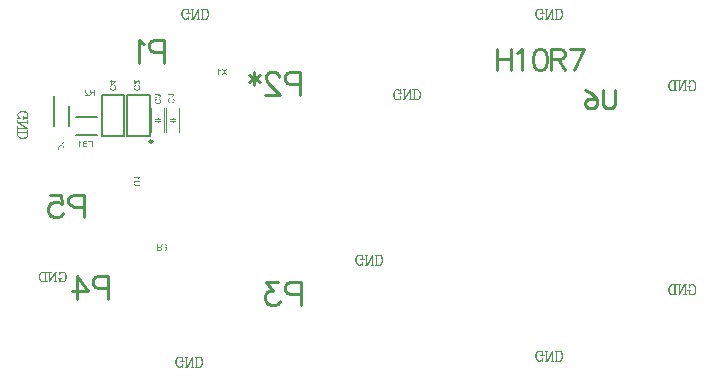
<source format=gbr>
G04*
G04 #@! TF.GenerationSoftware,Altium Limited,Altium Designer,25.8.1 (18)*
G04*
G04 Layer_Color=32896*
%FSLAX44Y44*%
%MOMM*%
G71*
G04*
G04 #@! TF.SameCoordinates,DC2A109C-38F9-4662-A5C9-921089D2BF11*
G04*
G04*
G04 #@! TF.FilePolarity,Positive*
G04*
G01*
G75*
%ADD10C,0.2500*%
%ADD12C,0.2000*%
%ADD13C,0.1000*%
%ADD14C,0.0800*%
%ADD15C,0.2540*%
%ADD16C,0.0762*%
%ADD62C,0.1524*%
G36*
X-128449Y100346D02*
X-128367Y100226D01*
X-128269Y100106D01*
X-128179Y100000D01*
X-128089Y99910D01*
X-128021Y99835D01*
X-127991Y99812D01*
X-127968Y99790D01*
X-127961Y99782D01*
X-127953Y99775D01*
X-127795Y99647D01*
X-127637Y99527D01*
X-127487Y99422D01*
X-127337Y99339D01*
X-127209Y99264D01*
X-127156Y99234D01*
X-127111Y99211D01*
X-127073Y99188D01*
X-127044Y99181D01*
X-127028Y99166D01*
X-127021D01*
Y98549D01*
X-127134Y98595D01*
X-127247Y98647D01*
X-127359Y98700D01*
X-127465Y98752D01*
X-127555Y98798D01*
X-127630Y98835D01*
X-127675Y98865D01*
X-127683Y98873D01*
X-127690D01*
X-127825Y98955D01*
X-127946Y99038D01*
X-128051Y99113D01*
X-128134Y99181D01*
X-128209Y99234D01*
X-128254Y99279D01*
X-128292Y99309D01*
X-128299Y99316D01*
Y95249D01*
X-128938D01*
Y100474D01*
X-128525D01*
X-128449Y100346D01*
D02*
G37*
G36*
X-123420Y97940D02*
X-121412Y95249D01*
X-122239D01*
X-123555Y97053D01*
X-123585Y97098D01*
X-123623Y97151D01*
X-123705Y97271D01*
X-123743Y97331D01*
X-123773Y97376D01*
X-123795Y97407D01*
X-123803Y97414D01*
X-123878Y97301D01*
X-123946Y97196D01*
X-123976Y97158D01*
X-123991Y97128D01*
X-124006Y97106D01*
X-124014Y97098D01*
X-125329Y95249D01*
X-126179D01*
X-124232Y97971D01*
X-126036Y100452D01*
X-125284D01*
X-124247Y99068D01*
X-124156Y98955D01*
X-124081Y98850D01*
X-124006Y98745D01*
X-123946Y98662D01*
X-123893Y98587D01*
X-123856Y98527D01*
X-123833Y98497D01*
X-123826Y98482D01*
X-123773Y98572D01*
X-123713Y98670D01*
X-123645Y98775D01*
X-123577Y98880D01*
X-123510Y98970D01*
X-123465Y99046D01*
X-123442Y99076D01*
X-123427Y99098D01*
X-123412Y99106D01*
Y99113D01*
X-122465Y100452D01*
X-121645D01*
X-123420Y97940D01*
D02*
G37*
G36*
X-195237Y8430D02*
X-195365Y8355D01*
X-195485Y8272D01*
X-195606Y8174D01*
X-195711Y8084D01*
X-195801Y7994D01*
X-195876Y7926D01*
X-195899Y7896D01*
X-195922Y7873D01*
X-195929Y7866D01*
X-195937Y7858D01*
X-196064Y7701D01*
X-196185Y7543D01*
X-196290Y7392D01*
X-196373Y7242D01*
X-196448Y7114D01*
X-196478Y7061D01*
X-196500Y7016D01*
X-196523Y6979D01*
X-196530Y6949D01*
X-196546Y6934D01*
Y6926D01*
X-197162D01*
X-197117Y7039D01*
X-197064Y7152D01*
X-197012Y7265D01*
X-196959Y7370D01*
X-196914Y7460D01*
X-196876Y7535D01*
X-196846Y7580D01*
X-196839Y7588D01*
Y7595D01*
X-196756Y7731D01*
X-196673Y7851D01*
X-196598Y7956D01*
X-196530Y8039D01*
X-196478Y8114D01*
X-196433Y8159D01*
X-196403Y8197D01*
X-196395Y8204D01*
X-200463D01*
Y8843D01*
X-195237D01*
Y8430D01*
D02*
G37*
G36*
X-195260Y4859D02*
X-198267D01*
X-198440D01*
X-198606Y4844D01*
X-198748Y4828D01*
X-198884Y4806D01*
X-199004Y4783D01*
X-199117Y4753D01*
X-199215Y4731D01*
X-199297Y4701D01*
X-199365Y4671D01*
X-199433Y4641D01*
X-199478Y4611D01*
X-199523Y4588D01*
X-199553Y4565D01*
X-199576Y4550D01*
X-199583Y4543D01*
X-199590Y4535D01*
X-199651Y4468D01*
X-199703Y4392D01*
X-199786Y4227D01*
X-199846Y4054D01*
X-199884Y3874D01*
X-199914Y3708D01*
X-199921Y3641D01*
Y3573D01*
X-199929Y3528D01*
Y3453D01*
X-199921Y3295D01*
X-199899Y3152D01*
X-199876Y3017D01*
X-199839Y2911D01*
X-199809Y2821D01*
X-199786Y2754D01*
X-199764Y2716D01*
X-199756Y2701D01*
X-199688Y2596D01*
X-199606Y2505D01*
X-199523Y2430D01*
X-199448Y2377D01*
X-199373Y2332D01*
X-199320Y2295D01*
X-199282Y2280D01*
X-199267Y2272D01*
X-199200Y2250D01*
X-199132Y2235D01*
X-198974Y2205D01*
X-198809Y2182D01*
X-198643Y2167D01*
X-198500Y2159D01*
X-198433D01*
X-198380Y2152D01*
X-198335D01*
X-198297D01*
X-198275D01*
X-198267D01*
X-195260D01*
Y1460D01*
X-198267D01*
X-198418D01*
X-198561Y1468D01*
X-198696Y1475D01*
X-198824Y1490D01*
X-198936Y1505D01*
X-199042Y1520D01*
X-199139Y1543D01*
X-199230Y1558D01*
X-199312Y1573D01*
X-199380Y1596D01*
X-199440Y1611D01*
X-199485Y1626D01*
X-199523Y1641D01*
X-199553Y1648D01*
X-199568Y1656D01*
X-199576D01*
X-199741Y1738D01*
X-199891Y1844D01*
X-200012Y1949D01*
X-200117Y2062D01*
X-200200Y2159D01*
X-200260Y2242D01*
X-200275Y2272D01*
X-200290Y2295D01*
X-200305Y2310D01*
Y2317D01*
X-200387Y2505D01*
X-200448Y2701D01*
X-200493Y2904D01*
X-200523Y3092D01*
X-200530Y3174D01*
X-200538Y3257D01*
X-200545Y3332D01*
Y3392D01*
X-200553Y3445D01*
Y3513D01*
X-200538Y3783D01*
X-200523Y3904D01*
X-200508Y4017D01*
X-200485Y4129D01*
X-200463Y4227D01*
X-200440Y4317D01*
X-200410Y4400D01*
X-200380Y4475D01*
X-200357Y4535D01*
X-200335Y4595D01*
X-200312Y4641D01*
X-200290Y4678D01*
X-200282Y4701D01*
X-200267Y4716D01*
Y4723D01*
X-200154Y4889D01*
X-200027Y5024D01*
X-199906Y5129D01*
X-199786Y5220D01*
X-199681Y5287D01*
X-199598Y5332D01*
X-199568Y5347D01*
X-199545Y5362D01*
X-199530Y5370D01*
X-199523D01*
X-199433Y5400D01*
X-199335Y5430D01*
X-199132Y5475D01*
X-198921Y5505D01*
X-198718Y5528D01*
X-198628Y5535D01*
X-198538Y5543D01*
X-198463D01*
X-198395Y5550D01*
X-198342D01*
X-198305D01*
X-198275D01*
X-198267D01*
X-195260D01*
Y4859D01*
D02*
G37*
G36*
X-240219Y82942D02*
X-240091Y82935D01*
X-239971Y82912D01*
X-239858Y82890D01*
X-239753Y82860D01*
X-239655Y82830D01*
X-239565Y82792D01*
X-239482Y82754D01*
X-239407Y82717D01*
X-239347Y82679D01*
X-239294Y82649D01*
X-239249Y82619D01*
X-239211Y82597D01*
X-239189Y82574D01*
X-239174Y82567D01*
X-239166Y82559D01*
X-239091Y82484D01*
X-239023Y82401D01*
X-238956Y82311D01*
X-238903Y82221D01*
X-238813Y82040D01*
X-238753Y81860D01*
X-238730Y81777D01*
X-238708Y81694D01*
X-238693Y81627D01*
X-238678Y81567D01*
X-238670Y81514D01*
Y81476D01*
X-238663Y81454D01*
Y81446D01*
X-239317Y81379D01*
X-239332Y81552D01*
X-239362Y81702D01*
X-239407Y81837D01*
X-239459Y81943D01*
X-239505Y82033D01*
X-239550Y82093D01*
X-239580Y82130D01*
X-239595Y82146D01*
X-239708Y82236D01*
X-239828Y82303D01*
X-239956Y82356D01*
X-240068Y82386D01*
X-240174Y82409D01*
X-240264Y82416D01*
X-240294Y82424D01*
X-240339D01*
X-240497Y82416D01*
X-240640Y82386D01*
X-240760Y82341D01*
X-240865Y82296D01*
X-240948Y82243D01*
X-241001Y82206D01*
X-241038Y82176D01*
X-241053Y82161D01*
X-241144Y82055D01*
X-241211Y81950D01*
X-241264Y81845D01*
X-241294Y81740D01*
X-241317Y81657D01*
X-241324Y81582D01*
X-241332Y81537D01*
Y81529D01*
Y81522D01*
X-241317Y81386D01*
X-241287Y81243D01*
X-241234Y81116D01*
X-241181Y80995D01*
X-241121Y80898D01*
X-241068Y80815D01*
X-241053Y80785D01*
X-241038Y80762D01*
X-241023Y80755D01*
Y80747D01*
X-240963Y80664D01*
X-240888Y80582D01*
X-240805Y80492D01*
X-240715Y80401D01*
X-240527Y80221D01*
X-240339Y80040D01*
X-240242Y79958D01*
X-240159Y79882D01*
X-240076Y79815D01*
X-240008Y79755D01*
X-239956Y79710D01*
X-239911Y79672D01*
X-239881Y79649D01*
X-239873Y79642D01*
X-239685Y79484D01*
X-239512Y79334D01*
X-239369Y79198D01*
X-239256Y79085D01*
X-239159Y78988D01*
X-239091Y78920D01*
X-239053Y78875D01*
X-239039Y78868D01*
Y78860D01*
X-238933Y78732D01*
X-238851Y78612D01*
X-238775Y78492D01*
X-238715Y78386D01*
X-238670Y78296D01*
X-238640Y78228D01*
X-238625Y78183D01*
X-238617Y78176D01*
Y78168D01*
X-238587Y78086D01*
X-238572Y78010D01*
X-238557Y77935D01*
X-238550Y77868D01*
X-238542Y77807D01*
Y77762D01*
Y77732D01*
Y77725D01*
X-241993D01*
Y78341D01*
X-239429D01*
X-239520Y78469D01*
X-239565Y78522D01*
X-239602Y78574D01*
X-239640Y78619D01*
X-239670Y78650D01*
X-239693Y78672D01*
X-239700Y78679D01*
X-239738Y78717D01*
X-239783Y78755D01*
X-239888Y78853D01*
X-240008Y78965D01*
X-240136Y79078D01*
X-240257Y79176D01*
X-240309Y79221D01*
X-240354Y79266D01*
X-240392Y79296D01*
X-240422Y79319D01*
X-240437Y79334D01*
X-240445Y79341D01*
X-240565Y79446D01*
X-240685Y79544D01*
X-240790Y79642D01*
X-240888Y79725D01*
X-240978Y79807D01*
X-241053Y79882D01*
X-241129Y79950D01*
X-241189Y80010D01*
X-241249Y80070D01*
X-241294Y80116D01*
X-241332Y80153D01*
X-241369Y80191D01*
X-241407Y80236D01*
X-241422Y80251D01*
X-241527Y80379D01*
X-241617Y80492D01*
X-241693Y80604D01*
X-241753Y80695D01*
X-241798Y80777D01*
X-241828Y80837D01*
X-241843Y80875D01*
X-241850Y80890D01*
X-241896Y81003D01*
X-241926Y81116D01*
X-241956Y81221D01*
X-241971Y81311D01*
X-241978Y81394D01*
X-241986Y81454D01*
Y81491D01*
Y81507D01*
X-241978Y81619D01*
X-241963Y81725D01*
X-241948Y81830D01*
X-241918Y81920D01*
X-241843Y82100D01*
X-241768Y82243D01*
X-241723Y82311D01*
X-241685Y82364D01*
X-241647Y82416D01*
X-241610Y82454D01*
X-241580Y82484D01*
X-241565Y82514D01*
X-241550Y82521D01*
X-241542Y82529D01*
X-241459Y82604D01*
X-241369Y82672D01*
X-241271Y82724D01*
X-241174Y82770D01*
X-240978Y82845D01*
X-240783Y82897D01*
X-240700Y82912D01*
X-240617Y82927D01*
X-240542Y82935D01*
X-240482Y82942D01*
X-240429Y82950D01*
X-240354D01*
X-240219Y82942D01*
D02*
G37*
G36*
X-233655Y77725D02*
X-234347D01*
Y80033D01*
X-235234D01*
X-235317Y80025D01*
X-235377D01*
X-235430Y80018D01*
X-235467Y80010D01*
X-235497D01*
X-235512Y80003D01*
X-235520D01*
X-235640Y79965D01*
X-235693Y79943D01*
X-235738Y79920D01*
X-235783Y79897D01*
X-235813Y79882D01*
X-235828Y79875D01*
X-235836Y79868D01*
X-235896Y79822D01*
X-235956Y79770D01*
X-236069Y79657D01*
X-236121Y79604D01*
X-236159Y79559D01*
X-236182Y79529D01*
X-236189Y79522D01*
X-236264Y79416D01*
X-236347Y79304D01*
X-236430Y79183D01*
X-236512Y79071D01*
X-236580Y78965D01*
X-236633Y78882D01*
X-236655Y78853D01*
X-236670Y78830D01*
X-236685Y78815D01*
Y78807D01*
X-237369Y77725D01*
X-238227D01*
X-237332Y79138D01*
X-237227Y79289D01*
X-237129Y79424D01*
X-237031Y79537D01*
X-236948Y79642D01*
X-236873Y79717D01*
X-236813Y79777D01*
X-236775Y79815D01*
X-236760Y79830D01*
X-236700Y79875D01*
X-236633Y79928D01*
X-236497Y80010D01*
X-236437Y80040D01*
X-236392Y80070D01*
X-236362Y80085D01*
X-236347Y80093D01*
X-236482Y80116D01*
X-236610Y80138D01*
X-236723Y80176D01*
X-236836Y80206D01*
X-236933Y80243D01*
X-237024Y80288D01*
X-237106Y80326D01*
X-237181Y80364D01*
X-237242Y80409D01*
X-237302Y80446D01*
X-237347Y80476D01*
X-237384Y80506D01*
X-237414Y80529D01*
X-237437Y80552D01*
X-237445Y80559D01*
X-237452Y80567D01*
X-237512Y80642D01*
X-237572Y80717D01*
X-237663Y80875D01*
X-237723Y81033D01*
X-237768Y81183D01*
X-237798Y81311D01*
X-237806Y81364D01*
Y81416D01*
X-237813Y81454D01*
Y81484D01*
Y81499D01*
Y81507D01*
X-237806Y81664D01*
X-237783Y81807D01*
X-237745Y81943D01*
X-237708Y82055D01*
X-237663Y82153D01*
X-237633Y82228D01*
X-237603Y82273D01*
X-237595Y82281D01*
Y82288D01*
X-237505Y82409D01*
X-237414Y82514D01*
X-237317Y82604D01*
X-237227Y82672D01*
X-237144Y82724D01*
X-237076Y82754D01*
X-237031Y82777D01*
X-237024Y82785D01*
X-237016D01*
X-236948Y82807D01*
X-236866Y82830D01*
X-236700Y82867D01*
X-236520Y82890D01*
X-236354Y82912D01*
X-236197Y82920D01*
X-236129D01*
X-236069Y82927D01*
X-233655D01*
Y77725D01*
D02*
G37*
G36*
X-176795Y-49646D02*
X-176900Y-49796D01*
X-176998Y-49932D01*
X-177096Y-50044D01*
X-177178Y-50150D01*
X-177253Y-50225D01*
X-177314Y-50285D01*
X-177351Y-50323D01*
X-177366Y-50338D01*
X-177426Y-50383D01*
X-177494Y-50435D01*
X-177629Y-50518D01*
X-177689Y-50548D01*
X-177735Y-50578D01*
X-177765Y-50593D01*
X-177780Y-50601D01*
X-177644Y-50623D01*
X-177517Y-50646D01*
X-177404Y-50683D01*
X-177291Y-50714D01*
X-177193Y-50751D01*
X-177103Y-50796D01*
X-177020Y-50834D01*
X-176945Y-50871D01*
X-176885Y-50917D01*
X-176825Y-50954D01*
X-176780Y-50984D01*
X-176742Y-51014D01*
X-176712Y-51037D01*
X-176690Y-51059D01*
X-176682Y-51067D01*
X-176674Y-51074D01*
X-176614Y-51150D01*
X-176554Y-51225D01*
X-176464Y-51383D01*
X-176404Y-51541D01*
X-176359Y-51691D01*
X-176329Y-51819D01*
X-176321Y-51871D01*
Y-51924D01*
X-176314Y-51962D01*
Y-51992D01*
Y-52007D01*
Y-52014D01*
X-176321Y-52172D01*
X-176344Y-52315D01*
X-176381Y-52450D01*
X-176419Y-52563D01*
X-176464Y-52661D01*
X-176494Y-52736D01*
X-176524Y-52781D01*
X-176532Y-52789D01*
Y-52796D01*
X-176622Y-52916D01*
X-176712Y-53022D01*
X-176810Y-53112D01*
X-176900Y-53180D01*
X-176983Y-53232D01*
X-177050Y-53262D01*
X-177096Y-53285D01*
X-177103Y-53292D01*
X-177111D01*
X-177178Y-53315D01*
X-177261Y-53337D01*
X-177426Y-53375D01*
X-177607Y-53398D01*
X-177772Y-53420D01*
X-177930Y-53428D01*
X-177998D01*
X-178058Y-53435D01*
X-180471D01*
Y-48232D01*
X-179780D01*
Y-50541D01*
X-178892D01*
X-178810Y-50533D01*
X-178750D01*
X-178697Y-50526D01*
X-178659Y-50518D01*
X-178629D01*
X-178614Y-50511D01*
X-178607D01*
X-178486Y-50473D01*
X-178434Y-50450D01*
X-178389Y-50428D01*
X-178344Y-50405D01*
X-178314Y-50390D01*
X-178298Y-50383D01*
X-178291Y-50375D01*
X-178231Y-50330D01*
X-178171Y-50278D01*
X-178058Y-50165D01*
X-178005Y-50112D01*
X-177968Y-50067D01*
X-177945Y-50037D01*
X-177938Y-50029D01*
X-177862Y-49924D01*
X-177780Y-49811D01*
X-177697Y-49691D01*
X-177614Y-49578D01*
X-177547Y-49473D01*
X-177494Y-49390D01*
X-177472Y-49360D01*
X-177456Y-49338D01*
X-177441Y-49323D01*
Y-49315D01*
X-176757Y-48232D01*
X-175900D01*
X-176795Y-49646D01*
D02*
G37*
G36*
X-173697Y-48150D02*
X-173569Y-48165D01*
X-173442Y-48187D01*
X-173321Y-48217D01*
X-173209Y-48255D01*
X-173111Y-48293D01*
X-173013Y-48338D01*
X-172930Y-48383D01*
X-172848Y-48420D01*
X-172780Y-48465D01*
X-172720Y-48503D01*
X-172675Y-48541D01*
X-172637Y-48571D01*
X-172607Y-48593D01*
X-172592Y-48608D01*
X-172584Y-48616D01*
X-172494Y-48706D01*
X-172419Y-48804D01*
X-172351Y-48902D01*
X-172291Y-48999D01*
X-172246Y-49090D01*
X-172201Y-49187D01*
X-172141Y-49368D01*
X-172126Y-49450D01*
X-172111Y-49526D01*
X-172096Y-49593D01*
X-172088Y-49653D01*
X-172081Y-49699D01*
Y-49736D01*
Y-49759D01*
Y-49766D01*
X-172088Y-49947D01*
X-172118Y-50112D01*
X-172164Y-50255D01*
X-172209Y-50375D01*
X-172254Y-50473D01*
X-172299Y-50548D01*
X-172329Y-50593D01*
X-172336Y-50608D01*
X-172442Y-50721D01*
X-172554Y-50819D01*
X-172675Y-50894D01*
X-172795Y-50954D01*
X-172900Y-50999D01*
X-172983Y-51029D01*
X-173013Y-51037D01*
X-173036Y-51044D01*
X-173051Y-51052D01*
X-173058D01*
X-172930Y-51119D01*
X-172825Y-51187D01*
X-172735Y-51262D01*
X-172660Y-51330D01*
X-172600Y-51390D01*
X-172554Y-51443D01*
X-172532Y-51473D01*
X-172524Y-51488D01*
X-172464Y-51593D01*
X-172419Y-51698D01*
X-172381Y-51804D01*
X-172359Y-51901D01*
X-172344Y-51984D01*
X-172336Y-52044D01*
Y-52089D01*
Y-52104D01*
X-172344Y-52232D01*
X-172367Y-52360D01*
X-172397Y-52473D01*
X-172434Y-52571D01*
X-172472Y-52653D01*
X-172502Y-52721D01*
X-172524Y-52758D01*
X-172532Y-52774D01*
X-172607Y-52886D01*
X-172697Y-52984D01*
X-172787Y-53067D01*
X-172878Y-53142D01*
X-172953Y-53195D01*
X-173021Y-53240D01*
X-173066Y-53262D01*
X-173073Y-53270D01*
X-173081D01*
X-173216Y-53330D01*
X-173351Y-53375D01*
X-173487Y-53413D01*
X-173607Y-53435D01*
X-173705Y-53450D01*
X-173787Y-53458D01*
X-173975D01*
X-174081Y-53443D01*
X-174284Y-53405D01*
X-174457Y-53345D01*
X-174607Y-53285D01*
X-174675Y-53247D01*
X-174727Y-53217D01*
X-174780Y-53187D01*
X-174818Y-53157D01*
X-174848Y-53134D01*
X-174870Y-53119D01*
X-174885Y-53112D01*
X-174893Y-53104D01*
X-175035Y-52962D01*
X-175148Y-52804D01*
X-175238Y-52638D01*
X-175314Y-52473D01*
X-175359Y-52330D01*
X-175381Y-52270D01*
X-175396Y-52217D01*
X-175404Y-52172D01*
X-175411Y-52142D01*
X-175419Y-52119D01*
Y-52112D01*
X-174780Y-51999D01*
X-174750Y-52165D01*
X-174705Y-52307D01*
X-174652Y-52428D01*
X-174599Y-52526D01*
X-174547Y-52601D01*
X-174502Y-52653D01*
X-174472Y-52691D01*
X-174464Y-52698D01*
X-174366Y-52774D01*
X-174261Y-52834D01*
X-174163Y-52871D01*
X-174066Y-52901D01*
X-173975Y-52916D01*
X-173908Y-52931D01*
X-173848D01*
X-173712Y-52924D01*
X-173592Y-52894D01*
X-173487Y-52856D01*
X-173396Y-52819D01*
X-173329Y-52774D01*
X-173276Y-52736D01*
X-173239Y-52706D01*
X-173231Y-52698D01*
X-173148Y-52608D01*
X-173088Y-52510D01*
X-173051Y-52413D01*
X-173021Y-52323D01*
X-173006Y-52240D01*
X-172990Y-52180D01*
Y-52134D01*
Y-52127D01*
Y-52119D01*
Y-52037D01*
X-173006Y-51962D01*
X-173043Y-51834D01*
X-173096Y-51721D01*
X-173156Y-51623D01*
X-173216Y-51556D01*
X-173269Y-51503D01*
X-173306Y-51473D01*
X-173314Y-51465D01*
X-173321D01*
X-173449Y-51398D01*
X-173569Y-51345D01*
X-173697Y-51308D01*
X-173810Y-51285D01*
X-173908Y-51270D01*
X-173990Y-51255D01*
X-174088D01*
X-174118Y-51262D01*
X-174156D01*
X-174231Y-50698D01*
X-174133Y-50721D01*
X-174043Y-50736D01*
X-173968Y-50751D01*
X-173900Y-50759D01*
X-173848Y-50766D01*
X-173780D01*
X-173622Y-50751D01*
X-173479Y-50721D01*
X-173351Y-50676D01*
X-173246Y-50623D01*
X-173163Y-50571D01*
X-173103Y-50526D01*
X-173066Y-50496D01*
X-173051Y-50480D01*
X-172953Y-50368D01*
X-172878Y-50247D01*
X-172825Y-50127D01*
X-172795Y-50007D01*
X-172773Y-49909D01*
X-172765Y-49826D01*
X-172757Y-49796D01*
Y-49774D01*
Y-49759D01*
Y-49751D01*
X-172773Y-49586D01*
X-172810Y-49435D01*
X-172855Y-49308D01*
X-172915Y-49195D01*
X-172976Y-49105D01*
X-173021Y-49037D01*
X-173058Y-48992D01*
X-173073Y-48977D01*
X-173193Y-48871D01*
X-173321Y-48796D01*
X-173449Y-48744D01*
X-173569Y-48706D01*
X-173675Y-48684D01*
X-173757Y-48676D01*
X-173787Y-48668D01*
X-173833D01*
X-173968Y-48676D01*
X-174096Y-48706D01*
X-174209Y-48744D01*
X-174299Y-48789D01*
X-174374Y-48826D01*
X-174434Y-48864D01*
X-174464Y-48894D01*
X-174479Y-48902D01*
X-174569Y-49007D01*
X-174645Y-49127D01*
X-174712Y-49255D01*
X-174765Y-49390D01*
X-174802Y-49503D01*
X-174818Y-49556D01*
X-174825Y-49601D01*
X-174832Y-49638D01*
X-174840Y-49668D01*
X-174848Y-49683D01*
Y-49691D01*
X-175487Y-49608D01*
X-175472Y-49488D01*
X-175449Y-49375D01*
X-175381Y-49165D01*
X-175299Y-48984D01*
X-175254Y-48909D01*
X-175208Y-48834D01*
X-175163Y-48766D01*
X-175118Y-48714D01*
X-175081Y-48661D01*
X-175043Y-48623D01*
X-175021Y-48593D01*
X-174998Y-48571D01*
X-174983Y-48556D01*
X-174975Y-48548D01*
X-174885Y-48481D01*
X-174795Y-48413D01*
X-174705Y-48360D01*
X-174607Y-48315D01*
X-174419Y-48240D01*
X-174239Y-48195D01*
X-174156Y-48180D01*
X-174081Y-48165D01*
X-174013Y-48157D01*
X-173953Y-48150D01*
X-173908Y-48142D01*
X-173840D01*
X-173697Y-48150D01*
D02*
G37*
G36*
X-246260Y39315D02*
X-246177Y39195D01*
X-246080Y39074D01*
X-245989Y38969D01*
X-245899Y38879D01*
X-245832Y38804D01*
X-245801Y38781D01*
X-245779Y38758D01*
X-245771Y38751D01*
X-245764Y38743D01*
X-245606Y38616D01*
X-245448Y38495D01*
X-245298Y38390D01*
X-245147Y38307D01*
X-245019Y38232D01*
X-244967Y38202D01*
X-244922Y38180D01*
X-244884Y38157D01*
X-244854Y38149D01*
X-244839Y38134D01*
X-244832D01*
Y37518D01*
X-244944Y37563D01*
X-245057Y37616D01*
X-245170Y37668D01*
X-245275Y37721D01*
X-245365Y37766D01*
X-245441Y37804D01*
X-245486Y37834D01*
X-245493Y37841D01*
X-245501D01*
X-245636Y37924D01*
X-245756Y38007D01*
X-245861Y38082D01*
X-245944Y38149D01*
X-246019Y38202D01*
X-246064Y38247D01*
X-246102Y38277D01*
X-246110Y38285D01*
Y34217D01*
X-246749D01*
Y39443D01*
X-246335D01*
X-246260Y39315D01*
D02*
G37*
G36*
X-235343Y34217D02*
X-236035D01*
Y36578D01*
X-238479D01*
Y37195D01*
X-236035D01*
Y38804D01*
X-238862D01*
Y39420D01*
X-235343D01*
Y34217D01*
D02*
G37*
G36*
X-239727D02*
X-241711D01*
X-241892Y34225D01*
X-242050Y34232D01*
X-242193Y34247D01*
X-242313Y34262D01*
X-242411Y34278D01*
X-242486Y34285D01*
X-242531Y34300D01*
X-242546D01*
X-242674Y34338D01*
X-242779Y34375D01*
X-242877Y34420D01*
X-242959Y34465D01*
X-243027Y34495D01*
X-243080Y34526D01*
X-243110Y34548D01*
X-243117Y34556D01*
X-243200Y34623D01*
X-243275Y34706D01*
X-243335Y34789D01*
X-243396Y34864D01*
X-243441Y34939D01*
X-243471Y34992D01*
X-243493Y35029D01*
X-243501Y35044D01*
X-243553Y35165D01*
X-243591Y35285D01*
X-243621Y35398D01*
X-243636Y35503D01*
X-243651Y35593D01*
X-243659Y35668D01*
Y35714D01*
Y35721D01*
Y35729D01*
X-243651Y35894D01*
X-243621Y36044D01*
X-243576Y36172D01*
X-243531Y36292D01*
X-243486Y36383D01*
X-243441Y36450D01*
X-243410Y36495D01*
X-243403Y36511D01*
X-243298Y36631D01*
X-243185Y36728D01*
X-243057Y36811D01*
X-242944Y36879D01*
X-242839Y36932D01*
X-242749Y36962D01*
X-242719Y36977D01*
X-242696Y36984D01*
X-242681Y36992D01*
X-242674D01*
X-242801Y37067D01*
X-242914Y37142D01*
X-243004Y37225D01*
X-243080Y37300D01*
X-243140Y37360D01*
X-243185Y37420D01*
X-243207Y37450D01*
X-243215Y37465D01*
X-243275Y37578D01*
X-243320Y37683D01*
X-243358Y37789D01*
X-243381Y37886D01*
X-243396Y37969D01*
X-243403Y38037D01*
Y38074D01*
Y38089D01*
X-243396Y38217D01*
X-243373Y38345D01*
X-243335Y38458D01*
X-243298Y38563D01*
X-243260Y38653D01*
X-243223Y38713D01*
X-243200Y38758D01*
X-243193Y38774D01*
X-243110Y38886D01*
X-243020Y38991D01*
X-242922Y39074D01*
X-242832Y39142D01*
X-242756Y39195D01*
X-242689Y39232D01*
X-242644Y39255D01*
X-242636Y39262D01*
X-242629D01*
X-242486Y39315D01*
X-242328Y39352D01*
X-242170Y39383D01*
X-242020Y39397D01*
X-241884Y39413D01*
X-241824D01*
X-241772Y39420D01*
X-239727D01*
Y34217D01*
D02*
G37*
G36*
X-259316Y38335D02*
X-259444Y38260D01*
X-259564Y38177D01*
X-259684Y38080D01*
X-259789Y37989D01*
X-259880Y37899D01*
X-259955Y37831D01*
X-259977Y37801D01*
X-260000Y37779D01*
X-260007Y37771D01*
X-260015Y37764D01*
X-260143Y37606D01*
X-260263Y37448D01*
X-260368Y37298D01*
X-260451Y37147D01*
X-260526Y37020D01*
X-260556Y36967D01*
X-260579Y36922D01*
X-260601Y36884D01*
X-260609Y36854D01*
X-260624Y36839D01*
Y36832D01*
X-261241D01*
X-261195Y36944D01*
X-261143Y37057D01*
X-261090Y37170D01*
X-261038Y37275D01*
X-260992Y37365D01*
X-260955Y37441D01*
X-260925Y37486D01*
X-260917Y37493D01*
Y37501D01*
X-260835Y37636D01*
X-260752Y37756D01*
X-260677Y37861D01*
X-260609Y37944D01*
X-260556Y38019D01*
X-260511Y38064D01*
X-260481Y38102D01*
X-260474Y38110D01*
X-264541D01*
Y38749D01*
X-259316D01*
Y38335D01*
D02*
G37*
G36*
X-261661Y35651D02*
X-261429Y35629D01*
X-261218Y35591D01*
X-261120Y35576D01*
X-261038Y35553D01*
X-260955Y35531D01*
X-260887Y35516D01*
X-260827Y35501D01*
X-260774Y35478D01*
X-260729Y35471D01*
X-260699Y35456D01*
X-260684Y35448D01*
X-260677D01*
X-260481Y35365D01*
X-260308Y35268D01*
X-260158Y35162D01*
X-260030Y35065D01*
X-259925Y34975D01*
X-259850Y34899D01*
X-259827Y34869D01*
X-259804Y34847D01*
X-259797Y34839D01*
X-259789Y34832D01*
X-259692Y34711D01*
X-259617Y34583D01*
X-259549Y34456D01*
X-259496Y34335D01*
X-259459Y34230D01*
X-259436Y34148D01*
X-259421Y34117D01*
Y34095D01*
X-259414Y34080D01*
Y34072D01*
X-259391Y33944D01*
X-259368Y33794D01*
X-259353Y33644D01*
X-259346Y33493D01*
X-259338Y33358D01*
Y31358D01*
X-264541D01*
Y33230D01*
X-264534Y33403D01*
X-264526Y33561D01*
X-264511Y33704D01*
X-264496Y33824D01*
X-264481Y33929D01*
X-264473Y34005D01*
X-264466Y34027D01*
X-264458Y34050D01*
Y34065D01*
X-264421Y34200D01*
X-264376Y34320D01*
X-264338Y34426D01*
X-264293Y34516D01*
X-264255Y34591D01*
X-264225Y34644D01*
X-264203Y34674D01*
X-264195Y34689D01*
X-264128Y34787D01*
X-264045Y34869D01*
X-263970Y34952D01*
X-263895Y35020D01*
X-263827Y35080D01*
X-263774Y35125D01*
X-263737Y35155D01*
X-263722Y35162D01*
X-263601Y35238D01*
X-263473Y35313D01*
X-263353Y35373D01*
X-263233Y35418D01*
X-263128Y35463D01*
X-263045Y35493D01*
X-263015Y35501D01*
X-262992Y35508D01*
X-262977Y35516D01*
X-262970D01*
X-262789Y35561D01*
X-262609Y35598D01*
X-262436Y35621D01*
X-262271Y35644D01*
X-262128Y35651D01*
X-262068D01*
X-262015Y35659D01*
X-261977D01*
X-261940D01*
X-261925D01*
X-261917D01*
X-261661Y35651D01*
D02*
G37*
G36*
X-218953Y89943D02*
X-215585D01*
Y89424D01*
X-218953Y87040D01*
X-219539D01*
Y89303D01*
X-220787D01*
Y89943D01*
X-219539D01*
Y90649D01*
X-218953D01*
Y89943D01*
D02*
G37*
G36*
X-218968Y85980D02*
X-219088Y85950D01*
X-219201Y85913D01*
X-219306Y85875D01*
X-219404Y85837D01*
X-219494Y85792D01*
X-219569Y85747D01*
X-219645Y85695D01*
X-219712Y85649D01*
X-219772Y85612D01*
X-219818Y85567D01*
X-219863Y85529D01*
X-219900Y85499D01*
X-219923Y85469D01*
X-219945Y85447D01*
X-219953Y85439D01*
X-219960Y85431D01*
X-220021Y85356D01*
X-220066Y85274D01*
X-220148Y85108D01*
X-220208Y84950D01*
X-220246Y84792D01*
X-220276Y84657D01*
X-220284Y84604D01*
Y84552D01*
X-220291Y84507D01*
Y84454D01*
X-220284Y84281D01*
X-220254Y84116D01*
X-220216Y83965D01*
X-220171Y83830D01*
X-220126Y83725D01*
X-220103Y83680D01*
X-220088Y83642D01*
X-220073Y83612D01*
X-220058Y83589D01*
X-220051Y83574D01*
Y83567D01*
X-219945Y83424D01*
X-219832Y83304D01*
X-219705Y83198D01*
X-219584Y83116D01*
X-219479Y83048D01*
X-219389Y83003D01*
X-219351Y82988D01*
X-219329Y82973D01*
X-219314Y82965D01*
X-219306D01*
X-219111Y82905D01*
X-218915Y82860D01*
X-218720Y82823D01*
X-218539Y82800D01*
X-218457Y82793D01*
X-218382Y82785D01*
X-218314D01*
X-218261Y82778D01*
X-218216D01*
X-218179D01*
X-218156D01*
X-218148D01*
X-217953Y82785D01*
X-217773Y82800D01*
X-217607Y82830D01*
X-217457Y82860D01*
X-217329Y82883D01*
X-217276Y82898D01*
X-217231Y82913D01*
X-217194Y82920D01*
X-217171Y82928D01*
X-217156Y82935D01*
X-217148D01*
X-216975Y83011D01*
X-216818Y83093D01*
X-216690Y83183D01*
X-216577Y83281D01*
X-216487Y83364D01*
X-216427Y83432D01*
X-216389Y83484D01*
X-216374Y83492D01*
Y83499D01*
X-216276Y83657D01*
X-216201Y83830D01*
X-216148Y83995D01*
X-216118Y84153D01*
X-216096Y84296D01*
X-216088Y84356D01*
Y84409D01*
X-216081Y84446D01*
Y84507D01*
X-216088Y84695D01*
X-216118Y84868D01*
X-216164Y85010D01*
X-216209Y85138D01*
X-216261Y85236D01*
X-216299Y85311D01*
X-216329Y85356D01*
X-216344Y85371D01*
X-216457Y85492D01*
X-216585Y85604D01*
X-216720Y85695D01*
X-216855Y85770D01*
X-216975Y85830D01*
X-217036Y85852D01*
X-217081Y85868D01*
X-217118Y85883D01*
X-217148Y85898D01*
X-217164Y85905D01*
X-217171D01*
X-217013Y86582D01*
X-216878Y86537D01*
X-216758Y86491D01*
X-216645Y86431D01*
X-216532Y86379D01*
X-216434Y86319D01*
X-216344Y86251D01*
X-216254Y86191D01*
X-216179Y86131D01*
X-216118Y86070D01*
X-216058Y86018D01*
X-216006Y85965D01*
X-215968Y85928D01*
X-215931Y85890D01*
X-215908Y85860D01*
X-215900Y85845D01*
X-215893Y85837D01*
X-215825Y85732D01*
X-215758Y85627D01*
X-215705Y85522D01*
X-215660Y85409D01*
X-215592Y85183D01*
X-215547Y84980D01*
X-215525Y84883D01*
X-215517Y84800D01*
X-215509Y84717D01*
X-215502Y84649D01*
X-215494Y84597D01*
Y84522D01*
X-215509Y84274D01*
X-215547Y84033D01*
X-215592Y83822D01*
X-215622Y83725D01*
X-215652Y83635D01*
X-215682Y83552D01*
X-215712Y83477D01*
X-215735Y83417D01*
X-215758Y83356D01*
X-215780Y83319D01*
X-215795Y83289D01*
X-215803Y83266D01*
X-215810Y83259D01*
X-215938Y83056D01*
X-216088Y82883D01*
X-216239Y82732D01*
X-216389Y82605D01*
X-216524Y82507D01*
X-216585Y82469D01*
X-216637Y82439D01*
X-216675Y82409D01*
X-216705Y82394D01*
X-216727Y82387D01*
X-216735Y82379D01*
X-216968Y82274D01*
X-217209Y82198D01*
X-217449Y82146D01*
X-217667Y82108D01*
X-217765Y82093D01*
X-217863Y82086D01*
X-217938Y82078D01*
X-218013D01*
X-218066Y82071D01*
X-218111D01*
X-218141D01*
X-218148D01*
X-218419Y82086D01*
X-218682Y82116D01*
X-218915Y82153D01*
X-219028Y82184D01*
X-219126Y82206D01*
X-219216Y82229D01*
X-219299Y82259D01*
X-219374Y82281D01*
X-219434Y82296D01*
X-219479Y82319D01*
X-219517Y82326D01*
X-219539Y82341D01*
X-219547D01*
X-219772Y82454D01*
X-219975Y82582D01*
X-220148Y82717D01*
X-220216Y82785D01*
X-220284Y82845D01*
X-220344Y82905D01*
X-220396Y82965D01*
X-220441Y83018D01*
X-220472Y83063D01*
X-220502Y83093D01*
X-220524Y83123D01*
X-220532Y83138D01*
X-220539Y83146D01*
X-220599Y83251D01*
X-220652Y83356D01*
X-220735Y83582D01*
X-220795Y83807D01*
X-220833Y84025D01*
X-220847Y84131D01*
X-220863Y84221D01*
X-220870Y84304D01*
Y84371D01*
X-220878Y84431D01*
Y84514D01*
X-220870Y84665D01*
X-220855Y84807D01*
X-220840Y84943D01*
X-220810Y85071D01*
X-220772Y85191D01*
X-220735Y85304D01*
X-220697Y85409D01*
X-220652Y85507D01*
X-220614Y85589D01*
X-220577Y85672D01*
X-220539Y85732D01*
X-220502Y85792D01*
X-220472Y85830D01*
X-220457Y85868D01*
X-220441Y85883D01*
X-220434Y85890D01*
X-220344Y85995D01*
X-220254Y86086D01*
X-220148Y86168D01*
X-220043Y86251D01*
X-219832Y86386D01*
X-219622Y86491D01*
X-219524Y86537D01*
X-219434Y86574D01*
X-219351Y86604D01*
X-219284Y86627D01*
X-219223Y86649D01*
X-219178Y86664D01*
X-219148Y86672D01*
X-219141D01*
X-218968Y85980D01*
D02*
G37*
G36*
X-180973Y79223D02*
X-180808Y79193D01*
X-180665Y79148D01*
X-180545Y79103D01*
X-180447Y79058D01*
X-180372Y79012D01*
X-180327Y78982D01*
X-180312Y78975D01*
X-180199Y78870D01*
X-180101Y78757D01*
X-180026Y78636D01*
X-179966Y78516D01*
X-179921Y78411D01*
X-179890Y78328D01*
X-179883Y78298D01*
X-179876Y78276D01*
X-179868Y78261D01*
Y78253D01*
X-179800Y78381D01*
X-179733Y78486D01*
X-179657Y78576D01*
X-179590Y78652D01*
X-179530Y78712D01*
X-179477Y78757D01*
X-179447Y78779D01*
X-179432Y78787D01*
X-179327Y78847D01*
X-179221Y78892D01*
X-179116Y78930D01*
X-179018Y78952D01*
X-178936Y78967D01*
X-178876Y78975D01*
X-178830D01*
X-178815D01*
X-178688Y78967D01*
X-178560Y78945D01*
X-178447Y78915D01*
X-178349Y78877D01*
X-178267Y78840D01*
X-178199Y78809D01*
X-178161Y78787D01*
X-178146Y78779D01*
X-178034Y78704D01*
X-177936Y78614D01*
X-177853Y78524D01*
X-177778Y78433D01*
X-177725Y78358D01*
X-177680Y78291D01*
X-177658Y78246D01*
X-177650Y78238D01*
Y78231D01*
X-177590Y78095D01*
X-177545Y77960D01*
X-177507Y77825D01*
X-177485Y77704D01*
X-177470Y77607D01*
X-177462Y77524D01*
Y77336D01*
X-177477Y77231D01*
X-177515Y77028D01*
X-177575Y76855D01*
X-177635Y76704D01*
X-177673Y76637D01*
X-177703Y76584D01*
X-177733Y76531D01*
X-177763Y76494D01*
X-177785Y76464D01*
X-177800Y76441D01*
X-177808Y76426D01*
X-177815Y76419D01*
X-177958Y76276D01*
X-178116Y76163D01*
X-178282Y76073D01*
X-178447Y75998D01*
X-178590Y75953D01*
X-178650Y75930D01*
X-178703Y75915D01*
X-178748Y75907D01*
X-178778Y75900D01*
X-178800Y75892D01*
X-178808D01*
X-178921Y76531D01*
X-178755Y76561D01*
X-178612Y76607D01*
X-178492Y76659D01*
X-178394Y76712D01*
X-178319Y76764D01*
X-178267Y76810D01*
X-178229Y76840D01*
X-178221Y76847D01*
X-178146Y76945D01*
X-178086Y77050D01*
X-178048Y77148D01*
X-178018Y77246D01*
X-178003Y77336D01*
X-177988Y77403D01*
Y77464D01*
X-177996Y77599D01*
X-178026Y77719D01*
X-178064Y77825D01*
X-178101Y77915D01*
X-178146Y77982D01*
X-178184Y78035D01*
X-178214Y78073D01*
X-178221Y78080D01*
X-178312Y78163D01*
X-178409Y78223D01*
X-178507Y78261D01*
X-178597Y78291D01*
X-178680Y78306D01*
X-178740Y78321D01*
X-178785D01*
X-178793D01*
X-178800D01*
X-178883D01*
X-178958Y78306D01*
X-179086Y78268D01*
X-179199Y78215D01*
X-179296Y78155D01*
X-179364Y78095D01*
X-179417Y78043D01*
X-179447Y78005D01*
X-179454Y77997D01*
Y77990D01*
X-179522Y77862D01*
X-179575Y77742D01*
X-179612Y77614D01*
X-179635Y77501D01*
X-179650Y77403D01*
X-179665Y77321D01*
Y77223D01*
X-179657Y77193D01*
Y77155D01*
X-180221Y77080D01*
X-180199Y77178D01*
X-180184Y77268D01*
X-180169Y77343D01*
X-180161Y77411D01*
X-180154Y77464D01*
Y77531D01*
X-180169Y77689D01*
X-180199Y77832D01*
X-180244Y77960D01*
X-180296Y78065D01*
X-180349Y78148D01*
X-180394Y78208D01*
X-180424Y78246D01*
X-180439Y78261D01*
X-180552Y78358D01*
X-180672Y78433D01*
X-180793Y78486D01*
X-180913Y78516D01*
X-181011Y78539D01*
X-181093Y78546D01*
X-181124Y78554D01*
X-181146D01*
X-181161D01*
X-181169D01*
X-181334Y78539D01*
X-181484Y78501D01*
X-181612Y78456D01*
X-181725Y78396D01*
X-181815Y78336D01*
X-181883Y78291D01*
X-181928Y78253D01*
X-181943Y78238D01*
X-182048Y78118D01*
X-182124Y77990D01*
X-182176Y77862D01*
X-182214Y77742D01*
X-182236Y77637D01*
X-182244Y77554D01*
X-182251Y77524D01*
Y77479D01*
X-182244Y77343D01*
X-182214Y77216D01*
X-182176Y77103D01*
X-182131Y77013D01*
X-182093Y76937D01*
X-182056Y76877D01*
X-182026Y76847D01*
X-182018Y76832D01*
X-181913Y76742D01*
X-181793Y76667D01*
X-181665Y76599D01*
X-181530Y76546D01*
X-181417Y76509D01*
X-181364Y76494D01*
X-181319Y76486D01*
X-181281Y76479D01*
X-181251Y76471D01*
X-181236Y76464D01*
X-181229D01*
X-181311Y75825D01*
X-181432Y75840D01*
X-181544Y75862D01*
X-181755Y75930D01*
X-181936Y76013D01*
X-182011Y76058D01*
X-182086Y76103D01*
X-182153Y76148D01*
X-182206Y76193D01*
X-182259Y76231D01*
X-182296Y76268D01*
X-182327Y76291D01*
X-182349Y76313D01*
X-182364Y76328D01*
X-182372Y76336D01*
X-182439Y76426D01*
X-182507Y76516D01*
X-182560Y76607D01*
X-182605Y76704D01*
X-182680Y76892D01*
X-182725Y77073D01*
X-182740Y77155D01*
X-182755Y77231D01*
X-182763Y77298D01*
X-182770Y77358D01*
X-182778Y77403D01*
Y77471D01*
X-182770Y77614D01*
X-182755Y77742D01*
X-182733Y77870D01*
X-182702Y77990D01*
X-182665Y78103D01*
X-182627Y78200D01*
X-182582Y78298D01*
X-182537Y78381D01*
X-182499Y78464D01*
X-182454Y78531D01*
X-182417Y78591D01*
X-182379Y78636D01*
X-182349Y78674D01*
X-182327Y78704D01*
X-182311Y78719D01*
X-182304Y78727D01*
X-182214Y78817D01*
X-182116Y78892D01*
X-182018Y78960D01*
X-181921Y79020D01*
X-181830Y79065D01*
X-181733Y79110D01*
X-181552Y79170D01*
X-181469Y79185D01*
X-181394Y79200D01*
X-181327Y79215D01*
X-181266Y79223D01*
X-181221Y79230D01*
X-181184D01*
X-181161D01*
X-181154D01*
X-180973Y79223D01*
D02*
G37*
G36*
X-180868Y74539D02*
X-180988Y74509D01*
X-181101Y74471D01*
X-181206Y74434D01*
X-181304Y74396D01*
X-181394Y74351D01*
X-181469Y74306D01*
X-181544Y74253D01*
X-181612Y74208D01*
X-181672Y74171D01*
X-181717Y74125D01*
X-181763Y74088D01*
X-181800Y74058D01*
X-181823Y74028D01*
X-181845Y74005D01*
X-181853Y73998D01*
X-181860Y73990D01*
X-181921Y73915D01*
X-181966Y73832D01*
X-182048Y73667D01*
X-182108Y73509D01*
X-182146Y73351D01*
X-182176Y73216D01*
X-182184Y73163D01*
Y73110D01*
X-182191Y73065D01*
Y73013D01*
X-182184Y72840D01*
X-182153Y72674D01*
X-182116Y72524D01*
X-182071Y72389D01*
X-182026Y72284D01*
X-182003Y72238D01*
X-181988Y72201D01*
X-181973Y72171D01*
X-181958Y72148D01*
X-181950Y72133D01*
Y72126D01*
X-181845Y71983D01*
X-181733Y71863D01*
X-181605Y71757D01*
X-181484Y71674D01*
X-181379Y71607D01*
X-181289Y71562D01*
X-181251Y71547D01*
X-181229Y71532D01*
X-181214Y71524D01*
X-181206D01*
X-181011Y71464D01*
X-180815Y71419D01*
X-180620Y71381D01*
X-180439Y71359D01*
X-180357Y71351D01*
X-180282Y71344D01*
X-180214D01*
X-180161Y71336D01*
X-180116D01*
X-180079D01*
X-180056D01*
X-180048D01*
X-179853Y71344D01*
X-179673Y71359D01*
X-179507Y71389D01*
X-179357Y71419D01*
X-179229Y71441D01*
X-179176Y71456D01*
X-179131Y71472D01*
X-179093Y71479D01*
X-179071Y71487D01*
X-179056Y71494D01*
X-179048D01*
X-178876Y71569D01*
X-178718Y71652D01*
X-178590Y71742D01*
X-178477Y71840D01*
X-178387Y71923D01*
X-178327Y71990D01*
X-178289Y72043D01*
X-178274Y72050D01*
Y72058D01*
X-178176Y72216D01*
X-178101Y72389D01*
X-178048Y72554D01*
X-178018Y72712D01*
X-177996Y72855D01*
X-177988Y72915D01*
Y72968D01*
X-177981Y73005D01*
Y73065D01*
X-177988Y73253D01*
X-178018Y73426D01*
X-178064Y73569D01*
X-178109Y73697D01*
X-178161Y73795D01*
X-178199Y73870D01*
X-178229Y73915D01*
X-178244Y73930D01*
X-178357Y74050D01*
X-178485Y74163D01*
X-178620Y74253D01*
X-178755Y74328D01*
X-178876Y74389D01*
X-178936Y74411D01*
X-178981Y74426D01*
X-179018Y74441D01*
X-179048Y74456D01*
X-179063Y74464D01*
X-179071D01*
X-178913Y75141D01*
X-178778Y75095D01*
X-178657Y75050D01*
X-178545Y74990D01*
X-178432Y74938D01*
X-178334Y74877D01*
X-178244Y74810D01*
X-178154Y74749D01*
X-178079Y74689D01*
X-178018Y74629D01*
X-177958Y74577D01*
X-177906Y74524D01*
X-177868Y74486D01*
X-177831Y74449D01*
X-177808Y74419D01*
X-177800Y74404D01*
X-177793Y74396D01*
X-177725Y74291D01*
X-177658Y74186D01*
X-177605Y74080D01*
X-177560Y73968D01*
X-177492Y73742D01*
X-177447Y73539D01*
X-177425Y73441D01*
X-177417Y73359D01*
X-177409Y73276D01*
X-177402Y73208D01*
X-177394Y73156D01*
Y73080D01*
X-177409Y72832D01*
X-177447Y72592D01*
X-177492Y72381D01*
X-177522Y72284D01*
X-177552Y72193D01*
X-177582Y72111D01*
X-177612Y72035D01*
X-177635Y71975D01*
X-177658Y71915D01*
X-177680Y71877D01*
X-177695Y71847D01*
X-177703Y71825D01*
X-177710Y71817D01*
X-177838Y71614D01*
X-177988Y71441D01*
X-178139Y71291D01*
X-178289Y71163D01*
X-178424Y71066D01*
X-178485Y71028D01*
X-178537Y70998D01*
X-178575Y70968D01*
X-178605Y70953D01*
X-178627Y70945D01*
X-178635Y70938D01*
X-178868Y70832D01*
X-179109Y70757D01*
X-179349Y70705D01*
X-179567Y70667D01*
X-179665Y70652D01*
X-179763Y70644D01*
X-179838Y70637D01*
X-179913D01*
X-179966Y70629D01*
X-180011D01*
X-180041D01*
X-180048D01*
X-180319Y70644D01*
X-180582Y70675D01*
X-180815Y70712D01*
X-180928Y70742D01*
X-181026Y70765D01*
X-181116Y70787D01*
X-181199Y70817D01*
X-181274Y70840D01*
X-181334Y70855D01*
X-181379Y70878D01*
X-181417Y70885D01*
X-181439Y70900D01*
X-181447D01*
X-181672Y71013D01*
X-181875Y71141D01*
X-182048Y71276D01*
X-182116Y71344D01*
X-182184Y71404D01*
X-182244Y71464D01*
X-182296Y71524D01*
X-182341Y71577D01*
X-182372Y71622D01*
X-182402Y71652D01*
X-182424Y71682D01*
X-182432Y71697D01*
X-182439Y71705D01*
X-182499Y71810D01*
X-182552Y71915D01*
X-182635Y72141D01*
X-182695Y72366D01*
X-182733Y72584D01*
X-182747Y72689D01*
X-182763Y72780D01*
X-182770Y72862D01*
Y72930D01*
X-182778Y72990D01*
Y73073D01*
X-182770Y73223D01*
X-182755Y73366D01*
X-182740Y73502D01*
X-182710Y73629D01*
X-182672Y73750D01*
X-182635Y73862D01*
X-182597Y73968D01*
X-182552Y74065D01*
X-182514Y74148D01*
X-182477Y74231D01*
X-182439Y74291D01*
X-182402Y74351D01*
X-182372Y74389D01*
X-182356Y74426D01*
X-182341Y74441D01*
X-182334Y74449D01*
X-182244Y74554D01*
X-182153Y74644D01*
X-182048Y74727D01*
X-181943Y74810D01*
X-181733Y74945D01*
X-181522Y75050D01*
X-181424Y75095D01*
X-181334Y75133D01*
X-181251Y75163D01*
X-181184Y75186D01*
X-181124Y75208D01*
X-181078Y75223D01*
X-181048Y75231D01*
X-181041D01*
X-180868Y74539D01*
D02*
G37*
G36*
X-199851Y88070D02*
X-199723Y88161D01*
X-199670Y88206D01*
X-199618Y88243D01*
X-199573Y88281D01*
X-199543Y88311D01*
X-199520Y88334D01*
X-199513Y88341D01*
X-199475Y88379D01*
X-199437Y88424D01*
X-199340Y88529D01*
X-199227Y88649D01*
X-199114Y88777D01*
X-199016Y88897D01*
X-198971Y88950D01*
X-198926Y88995D01*
X-198896Y89033D01*
X-198873Y89063D01*
X-198858Y89078D01*
X-198851Y89085D01*
X-198746Y89206D01*
X-198648Y89326D01*
X-198550Y89431D01*
X-198467Y89529D01*
X-198385Y89619D01*
X-198310Y89694D01*
X-198242Y89770D01*
X-198182Y89830D01*
X-198122Y89890D01*
X-198076Y89935D01*
X-198039Y89973D01*
X-198001Y90010D01*
X-197956Y90048D01*
X-197941Y90063D01*
X-197813Y90168D01*
X-197701Y90258D01*
X-197588Y90333D01*
X-197498Y90394D01*
X-197415Y90439D01*
X-197355Y90469D01*
X-197317Y90484D01*
X-197302Y90491D01*
X-197189Y90536D01*
X-197076Y90567D01*
X-196971Y90597D01*
X-196881Y90612D01*
X-196798Y90619D01*
X-196738Y90627D01*
X-196701D01*
X-196686D01*
X-196573Y90619D01*
X-196468Y90604D01*
X-196362Y90589D01*
X-196272Y90559D01*
X-196092Y90484D01*
X-195949Y90409D01*
X-195881Y90364D01*
X-195828Y90326D01*
X-195776Y90288D01*
X-195738Y90251D01*
X-195708Y90221D01*
X-195678Y90206D01*
X-195671Y90191D01*
X-195663Y90183D01*
X-195588Y90100D01*
X-195520Y90010D01*
X-195468Y89912D01*
X-195422Y89815D01*
X-195347Y89619D01*
X-195295Y89424D01*
X-195280Y89341D01*
X-195265Y89258D01*
X-195257Y89183D01*
X-195250Y89123D01*
X-195242Y89070D01*
Y88995D01*
X-195250Y88860D01*
X-195257Y88732D01*
X-195280Y88612D01*
X-195302Y88499D01*
X-195332Y88394D01*
X-195362Y88296D01*
X-195400Y88206D01*
X-195438Y88123D01*
X-195475Y88048D01*
X-195513Y87988D01*
X-195543Y87935D01*
X-195573Y87890D01*
X-195595Y87852D01*
X-195618Y87830D01*
X-195625Y87815D01*
X-195633Y87807D01*
X-195708Y87732D01*
X-195791Y87664D01*
X-195881Y87597D01*
X-195971Y87544D01*
X-196152Y87454D01*
X-196332Y87394D01*
X-196415Y87371D01*
X-196498Y87349D01*
X-196565Y87334D01*
X-196625Y87319D01*
X-196678Y87311D01*
X-196716D01*
X-196738Y87303D01*
X-196746D01*
X-196813Y87958D01*
X-196640Y87973D01*
X-196490Y88003D01*
X-196355Y88048D01*
X-196250Y88101D01*
X-196159Y88146D01*
X-196099Y88191D01*
X-196062Y88221D01*
X-196047Y88236D01*
X-195956Y88349D01*
X-195889Y88469D01*
X-195836Y88597D01*
X-195806Y88709D01*
X-195783Y88815D01*
X-195776Y88905D01*
X-195768Y88935D01*
Y88980D01*
X-195776Y89138D01*
X-195806Y89281D01*
X-195851Y89401D01*
X-195896Y89506D01*
X-195949Y89589D01*
X-195986Y89642D01*
X-196016Y89679D01*
X-196031Y89694D01*
X-196137Y89785D01*
X-196242Y89852D01*
X-196347Y89905D01*
X-196453Y89935D01*
X-196535Y89958D01*
X-196610Y89965D01*
X-196656Y89973D01*
X-196663D01*
X-196670D01*
X-196806Y89958D01*
X-196949Y89928D01*
X-197076Y89875D01*
X-197197Y89822D01*
X-197295Y89762D01*
X-197377Y89709D01*
X-197407Y89694D01*
X-197430Y89679D01*
X-197437Y89664D01*
X-197445D01*
X-197528Y89604D01*
X-197610Y89529D01*
X-197701Y89446D01*
X-197791Y89356D01*
X-197971Y89168D01*
X-198152Y88980D01*
X-198234Y88882D01*
X-198310Y88800D01*
X-198377Y88717D01*
X-198437Y88649D01*
X-198482Y88597D01*
X-198520Y88552D01*
X-198543Y88521D01*
X-198550Y88514D01*
X-198708Y88326D01*
X-198858Y88153D01*
X-198994Y88010D01*
X-199107Y87898D01*
X-199204Y87800D01*
X-199272Y87732D01*
X-199317Y87695D01*
X-199324Y87680D01*
X-199332D01*
X-199460Y87574D01*
X-199580Y87492D01*
X-199701Y87416D01*
X-199806Y87356D01*
X-199896Y87311D01*
X-199964Y87281D01*
X-200009Y87266D01*
X-200016Y87258D01*
X-200024D01*
X-200107Y87228D01*
X-200182Y87213D01*
X-200257Y87198D01*
X-200324Y87191D01*
X-200385Y87183D01*
X-200430D01*
X-200460D01*
X-200467D01*
Y90634D01*
X-199851D01*
Y88070D01*
D02*
G37*
G36*
X-198648Y85995D02*
X-198768Y85965D01*
X-198881Y85928D01*
X-198986Y85890D01*
X-199084Y85852D01*
X-199174Y85807D01*
X-199249Y85762D01*
X-199324Y85710D01*
X-199392Y85665D01*
X-199452Y85627D01*
X-199498Y85582D01*
X-199543Y85544D01*
X-199580Y85514D01*
X-199603Y85484D01*
X-199625Y85462D01*
X-199633Y85454D01*
X-199640Y85447D01*
X-199701Y85371D01*
X-199746Y85289D01*
X-199828Y85123D01*
X-199888Y84965D01*
X-199926Y84807D01*
X-199956Y84672D01*
X-199964Y84620D01*
Y84567D01*
X-199971Y84522D01*
Y84469D01*
X-199964Y84296D01*
X-199933Y84131D01*
X-199896Y83980D01*
X-199851Y83845D01*
X-199806Y83740D01*
X-199783Y83695D01*
X-199768Y83657D01*
X-199753Y83627D01*
X-199738Y83604D01*
X-199730Y83589D01*
Y83582D01*
X-199625Y83439D01*
X-199513Y83319D01*
X-199385Y83214D01*
X-199264Y83131D01*
X-199159Y83063D01*
X-199069Y83018D01*
X-199031Y83003D01*
X-199009Y82988D01*
X-198994Y82980D01*
X-198986D01*
X-198791Y82920D01*
X-198595Y82875D01*
X-198400Y82838D01*
X-198219Y82815D01*
X-198137Y82808D01*
X-198062Y82800D01*
X-197994D01*
X-197941Y82793D01*
X-197896D01*
X-197859D01*
X-197836D01*
X-197828D01*
X-197633Y82800D01*
X-197453Y82815D01*
X-197287Y82845D01*
X-197137Y82875D01*
X-197009Y82898D01*
X-196956Y82913D01*
X-196911Y82928D01*
X-196873Y82935D01*
X-196851Y82943D01*
X-196836Y82950D01*
X-196828D01*
X-196656Y83026D01*
X-196498Y83108D01*
X-196370Y83198D01*
X-196257Y83296D01*
X-196167Y83379D01*
X-196107Y83447D01*
X-196069Y83499D01*
X-196054Y83507D01*
Y83514D01*
X-195956Y83672D01*
X-195881Y83845D01*
X-195828Y84010D01*
X-195798Y84168D01*
X-195776Y84311D01*
X-195768Y84371D01*
Y84424D01*
X-195761Y84462D01*
Y84522D01*
X-195768Y84710D01*
X-195798Y84883D01*
X-195844Y85026D01*
X-195889Y85153D01*
X-195941Y85251D01*
X-195979Y85326D01*
X-196009Y85371D01*
X-196024Y85386D01*
X-196137Y85507D01*
X-196265Y85619D01*
X-196400Y85710D01*
X-196535Y85785D01*
X-196656Y85845D01*
X-196716Y85868D01*
X-196761Y85883D01*
X-196798Y85898D01*
X-196828Y85913D01*
X-196843Y85920D01*
X-196851D01*
X-196693Y86597D01*
X-196558Y86552D01*
X-196437Y86507D01*
X-196325Y86446D01*
X-196212Y86394D01*
X-196114Y86334D01*
X-196024Y86266D01*
X-195934Y86206D01*
X-195859Y86146D01*
X-195798Y86086D01*
X-195738Y86033D01*
X-195686Y85980D01*
X-195648Y85943D01*
X-195611Y85905D01*
X-195588Y85875D01*
X-195580Y85860D01*
X-195573Y85852D01*
X-195505Y85747D01*
X-195438Y85642D01*
X-195385Y85537D01*
X-195340Y85424D01*
X-195272Y85198D01*
X-195227Y84995D01*
X-195205Y84898D01*
X-195197Y84815D01*
X-195189Y84732D01*
X-195182Y84665D01*
X-195174Y84612D01*
Y84537D01*
X-195189Y84289D01*
X-195227Y84048D01*
X-195272Y83838D01*
X-195302Y83740D01*
X-195332Y83650D01*
X-195362Y83567D01*
X-195392Y83492D01*
X-195415Y83432D01*
X-195438Y83371D01*
X-195460Y83334D01*
X-195475Y83304D01*
X-195483Y83281D01*
X-195490Y83274D01*
X-195618Y83071D01*
X-195768Y82898D01*
X-195919Y82747D01*
X-196069Y82620D01*
X-196204Y82522D01*
X-196265Y82484D01*
X-196317Y82454D01*
X-196355Y82424D01*
X-196385Y82409D01*
X-196407Y82402D01*
X-196415Y82394D01*
X-196648Y82289D01*
X-196889Y82214D01*
X-197129Y82161D01*
X-197347Y82123D01*
X-197445Y82108D01*
X-197543Y82101D01*
X-197618Y82093D01*
X-197693D01*
X-197746Y82086D01*
X-197791D01*
X-197821D01*
X-197828D01*
X-198099Y82101D01*
X-198362Y82131D01*
X-198595Y82169D01*
X-198708Y82198D01*
X-198806Y82221D01*
X-198896Y82244D01*
X-198979Y82274D01*
X-199054Y82296D01*
X-199114Y82311D01*
X-199159Y82334D01*
X-199197Y82341D01*
X-199219Y82356D01*
X-199227D01*
X-199452Y82469D01*
X-199655Y82597D01*
X-199828Y82732D01*
X-199896Y82800D01*
X-199964Y82860D01*
X-200024Y82920D01*
X-200076Y82980D01*
X-200121Y83033D01*
X-200152Y83078D01*
X-200182Y83108D01*
X-200204Y83138D01*
X-200212Y83153D01*
X-200219Y83161D01*
X-200279Y83266D01*
X-200332Y83371D01*
X-200415Y83597D01*
X-200475Y83822D01*
X-200513Y84040D01*
X-200527Y84146D01*
X-200543Y84236D01*
X-200550Y84319D01*
Y84386D01*
X-200558Y84446D01*
Y84529D01*
X-200550Y84680D01*
X-200535Y84823D01*
X-200520Y84958D01*
X-200490Y85086D01*
X-200452Y85206D01*
X-200415Y85319D01*
X-200377Y85424D01*
X-200332Y85522D01*
X-200294Y85604D01*
X-200257Y85687D01*
X-200219Y85747D01*
X-200182Y85807D01*
X-200152Y85845D01*
X-200137Y85883D01*
X-200121Y85898D01*
X-200114Y85905D01*
X-200024Y86010D01*
X-199933Y86101D01*
X-199828Y86183D01*
X-199723Y86266D01*
X-199513Y86401D01*
X-199302Y86507D01*
X-199204Y86552D01*
X-199114Y86589D01*
X-199031Y86619D01*
X-198964Y86642D01*
X-198904Y86664D01*
X-198858Y86679D01*
X-198828Y86687D01*
X-198821D01*
X-198648Y85995D01*
D02*
G37*
G36*
X-166032Y78313D02*
X-166160Y78238D01*
X-166280Y78155D01*
X-166401Y78058D01*
X-166506Y77967D01*
X-166596Y77877D01*
X-166671Y77810D01*
X-166694Y77779D01*
X-166716Y77757D01*
X-166724Y77749D01*
X-166731Y77742D01*
X-166859Y77584D01*
X-166979Y77426D01*
X-167085Y77276D01*
X-167167Y77125D01*
X-167243Y76997D01*
X-167273Y76945D01*
X-167295Y76900D01*
X-167318Y76862D01*
X-167325Y76832D01*
X-167340Y76817D01*
Y76810D01*
X-167957D01*
X-167912Y76922D01*
X-167859Y77035D01*
X-167806Y77148D01*
X-167754Y77253D01*
X-167709Y77343D01*
X-167671Y77419D01*
X-167641Y77464D01*
X-167633Y77471D01*
Y77479D01*
X-167551Y77614D01*
X-167468Y77734D01*
X-167393Y77840D01*
X-167325Y77922D01*
X-167273Y77997D01*
X-167227Y78043D01*
X-167197Y78080D01*
X-167190Y78088D01*
X-171257D01*
Y78727D01*
X-166032D01*
Y78313D01*
D02*
G37*
G36*
X-169438Y75043D02*
X-169558Y75013D01*
X-169671Y74975D01*
X-169776Y74938D01*
X-169874Y74900D01*
X-169964Y74855D01*
X-170039Y74810D01*
X-170114Y74757D01*
X-170182Y74712D01*
X-170242Y74674D01*
X-170287Y74629D01*
X-170333Y74592D01*
X-170370Y74562D01*
X-170393Y74531D01*
X-170415Y74509D01*
X-170423Y74501D01*
X-170430Y74494D01*
X-170490Y74419D01*
X-170536Y74336D01*
X-170618Y74171D01*
X-170678Y74013D01*
X-170716Y73855D01*
X-170746Y73720D01*
X-170754Y73667D01*
Y73614D01*
X-170761Y73569D01*
Y73517D01*
X-170754Y73344D01*
X-170723Y73178D01*
X-170686Y73028D01*
X-170641Y72892D01*
X-170596Y72787D01*
X-170573Y72742D01*
X-170558Y72705D01*
X-170543Y72674D01*
X-170528Y72652D01*
X-170520Y72637D01*
Y72629D01*
X-170415Y72487D01*
X-170303Y72366D01*
X-170175Y72261D01*
X-170054Y72178D01*
X-169949Y72111D01*
X-169859Y72066D01*
X-169821Y72050D01*
X-169799Y72035D01*
X-169784Y72028D01*
X-169776D01*
X-169581Y71968D01*
X-169385Y71923D01*
X-169190Y71885D01*
X-169009Y71863D01*
X-168927Y71855D01*
X-168852Y71847D01*
X-168784D01*
X-168731Y71840D01*
X-168686D01*
X-168648D01*
X-168626D01*
X-168618D01*
X-168423Y71847D01*
X-168242Y71863D01*
X-168077Y71892D01*
X-167927Y71923D01*
X-167799Y71945D01*
X-167746Y71960D01*
X-167701Y71975D01*
X-167663Y71983D01*
X-167641Y71990D01*
X-167626Y71998D01*
X-167618D01*
X-167446Y72073D01*
X-167288Y72156D01*
X-167160Y72246D01*
X-167047Y72344D01*
X-166957Y72426D01*
X-166897Y72494D01*
X-166859Y72547D01*
X-166844Y72554D01*
Y72562D01*
X-166746Y72720D01*
X-166671Y72892D01*
X-166618Y73058D01*
X-166588Y73216D01*
X-166566Y73359D01*
X-166558Y73419D01*
Y73471D01*
X-166551Y73509D01*
Y73569D01*
X-166558Y73757D01*
X-166588Y73930D01*
X-166633Y74073D01*
X-166679Y74201D01*
X-166731Y74298D01*
X-166769Y74374D01*
X-166799Y74419D01*
X-166814Y74434D01*
X-166927Y74554D01*
X-167055Y74667D01*
X-167190Y74757D01*
X-167325Y74832D01*
X-167446Y74892D01*
X-167506Y74915D01*
X-167551Y74930D01*
X-167588Y74945D01*
X-167618Y74960D01*
X-167633Y74968D01*
X-167641D01*
X-167483Y75644D01*
X-167348Y75599D01*
X-167227Y75554D01*
X-167115Y75494D01*
X-167002Y75441D01*
X-166904Y75381D01*
X-166814Y75313D01*
X-166724Y75253D01*
X-166649Y75193D01*
X-166588Y75133D01*
X-166528Y75080D01*
X-166476Y75028D01*
X-166438Y74990D01*
X-166401Y74953D01*
X-166378Y74922D01*
X-166370Y74907D01*
X-166363Y74900D01*
X-166295Y74795D01*
X-166227Y74689D01*
X-166175Y74584D01*
X-166130Y74471D01*
X-166062Y74246D01*
X-166017Y74043D01*
X-165994Y73945D01*
X-165987Y73862D01*
X-165979Y73780D01*
X-165972Y73712D01*
X-165964Y73659D01*
Y73584D01*
X-165979Y73336D01*
X-166017Y73095D01*
X-166062Y72885D01*
X-166092Y72787D01*
X-166122Y72697D01*
X-166152Y72614D01*
X-166182Y72539D01*
X-166205Y72479D01*
X-166227Y72419D01*
X-166250Y72381D01*
X-166265Y72351D01*
X-166273Y72329D01*
X-166280Y72321D01*
X-166408Y72118D01*
X-166558Y71945D01*
X-166709Y71795D01*
X-166859Y71667D01*
X-166994Y71569D01*
X-167055Y71532D01*
X-167107Y71502D01*
X-167145Y71472D01*
X-167175Y71456D01*
X-167197Y71449D01*
X-167205Y71441D01*
X-167438Y71336D01*
X-167679Y71261D01*
X-167919Y71208D01*
X-168137Y71171D01*
X-168235Y71156D01*
X-168333Y71148D01*
X-168408Y71141D01*
X-168483D01*
X-168536Y71133D01*
X-168581D01*
X-168611D01*
X-168618D01*
X-168889Y71148D01*
X-169152Y71178D01*
X-169385Y71216D01*
X-169498Y71246D01*
X-169596Y71269D01*
X-169686Y71291D01*
X-169769Y71321D01*
X-169844Y71344D01*
X-169904Y71359D01*
X-169949Y71381D01*
X-169987Y71389D01*
X-170009Y71404D01*
X-170017D01*
X-170242Y71517D01*
X-170445Y71644D01*
X-170618Y71780D01*
X-170686Y71847D01*
X-170754Y71908D01*
X-170814Y71968D01*
X-170866Y72028D01*
X-170912Y72080D01*
X-170942Y72126D01*
X-170972Y72156D01*
X-170994Y72186D01*
X-171002Y72201D01*
X-171009Y72208D01*
X-171069Y72314D01*
X-171122Y72419D01*
X-171205Y72644D01*
X-171265Y72870D01*
X-171303Y73088D01*
X-171318Y73193D01*
X-171332Y73283D01*
X-171340Y73366D01*
Y73434D01*
X-171348Y73494D01*
Y73577D01*
X-171340Y73727D01*
X-171325Y73870D01*
X-171310Y74005D01*
X-171280Y74133D01*
X-171242Y74253D01*
X-171205Y74366D01*
X-171167Y74471D01*
X-171122Y74569D01*
X-171084Y74652D01*
X-171047Y74735D01*
X-171009Y74795D01*
X-170972Y74855D01*
X-170942Y74892D01*
X-170926Y74930D01*
X-170912Y74945D01*
X-170904Y74953D01*
X-170814Y75058D01*
X-170723Y75148D01*
X-170618Y75231D01*
X-170513Y75313D01*
X-170303Y75449D01*
X-170092Y75554D01*
X-169994Y75599D01*
X-169904Y75637D01*
X-169821Y75667D01*
X-169754Y75689D01*
X-169694Y75712D01*
X-169648Y75727D01*
X-169618Y75734D01*
X-169611D01*
X-169438Y75043D01*
D02*
G37*
%LPC*%
G36*
X-234347Y82348D02*
X-235986D01*
X-236189Y82341D01*
X-236362Y82311D01*
X-236512Y82273D01*
X-236625Y82228D01*
X-236723Y82183D01*
X-236783Y82146D01*
X-236821Y82115D01*
X-236836Y82108D01*
X-236926Y82010D01*
X-236994Y81912D01*
X-237039Y81807D01*
X-237076Y81717D01*
X-237091Y81627D01*
X-237099Y81559D01*
X-237106Y81514D01*
Y81507D01*
Y81499D01*
X-237099Y81409D01*
X-237084Y81319D01*
X-237061Y81243D01*
X-237039Y81176D01*
X-237008Y81116D01*
X-236986Y81070D01*
X-236971Y81040D01*
X-236963Y81033D01*
X-236911Y80958D01*
X-236843Y80890D01*
X-236775Y80837D01*
X-236708Y80792D01*
X-236648Y80762D01*
X-236602Y80740D01*
X-236572Y80725D01*
X-236557Y80717D01*
X-236452Y80687D01*
X-236332Y80664D01*
X-236212Y80649D01*
X-236091Y80642D01*
X-235986Y80634D01*
X-235896Y80627D01*
X-234347D01*
Y82348D01*
D02*
G37*
G36*
X-178231Y-51135D02*
X-179780D01*
Y-52856D01*
X-178141D01*
X-177938Y-52849D01*
X-177765Y-52819D01*
X-177614Y-52781D01*
X-177502Y-52736D01*
X-177404Y-52691D01*
X-177344Y-52653D01*
X-177306Y-52623D01*
X-177291Y-52616D01*
X-177201Y-52518D01*
X-177133Y-52420D01*
X-177088Y-52315D01*
X-177050Y-52225D01*
X-177035Y-52134D01*
X-177028Y-52067D01*
X-177020Y-52022D01*
Y-52014D01*
Y-52007D01*
X-177028Y-51916D01*
X-177043Y-51826D01*
X-177066Y-51751D01*
X-177088Y-51683D01*
X-177118Y-51623D01*
X-177141Y-51578D01*
X-177156Y-51548D01*
X-177163Y-51541D01*
X-177216Y-51465D01*
X-177283Y-51398D01*
X-177351Y-51345D01*
X-177419Y-51300D01*
X-177479Y-51270D01*
X-177524Y-51247D01*
X-177554Y-51232D01*
X-177569Y-51225D01*
X-177675Y-51195D01*
X-177795Y-51172D01*
X-177915Y-51157D01*
X-178035Y-51150D01*
X-178141Y-51142D01*
X-178231Y-51135D01*
D02*
G37*
G36*
X-240418Y38804D02*
X-241651D01*
X-241817Y38788D01*
X-241944Y38781D01*
X-242057Y38766D01*
X-242140Y38751D01*
X-242193Y38743D01*
X-242230Y38728D01*
X-242238D01*
X-242320Y38698D01*
X-242396Y38653D01*
X-242456Y38608D01*
X-242508Y38563D01*
X-242546Y38525D01*
X-242576Y38488D01*
X-242591Y38465D01*
X-242598Y38458D01*
X-242644Y38382D01*
X-242674Y38307D01*
X-242696Y38232D01*
X-242711Y38157D01*
X-242719Y38097D01*
X-242726Y38052D01*
Y38022D01*
Y38007D01*
X-242719Y37909D01*
X-242704Y37819D01*
X-242681Y37743D01*
X-242659Y37683D01*
X-242636Y37631D01*
X-242614Y37586D01*
X-242598Y37563D01*
X-242591Y37555D01*
X-242538Y37495D01*
X-242471Y37435D01*
X-242403Y37390D01*
X-242343Y37360D01*
X-242283Y37330D01*
X-242238Y37307D01*
X-242208Y37300D01*
X-242193Y37292D01*
X-242110Y37277D01*
X-242005Y37262D01*
X-241899Y37255D01*
X-241794Y37247D01*
X-241696Y37240D01*
X-240418D01*
Y38804D01*
D02*
G37*
G36*
Y36623D02*
X-241787D01*
X-241944Y36608D01*
X-242072Y36593D01*
X-242178Y36578D01*
X-242260Y36563D01*
X-242328Y36548D01*
X-242358Y36541D01*
X-242373Y36533D01*
X-242471Y36495D01*
X-242553Y36450D01*
X-242629Y36398D01*
X-242689Y36345D01*
X-242734Y36300D01*
X-242764Y36262D01*
X-242787Y36232D01*
X-242794Y36225D01*
X-242847Y36142D01*
X-242884Y36059D01*
X-242914Y35977D01*
X-242929Y35902D01*
X-242944Y35834D01*
X-242952Y35774D01*
Y35744D01*
Y35729D01*
X-242944Y35638D01*
X-242937Y35548D01*
X-242922Y35473D01*
X-242899Y35413D01*
X-242877Y35360D01*
X-242862Y35315D01*
X-242854Y35292D01*
X-242847Y35285D01*
X-242801Y35217D01*
X-242764Y35157D01*
X-242711Y35112D01*
X-242674Y35067D01*
X-242636Y35037D01*
X-242606Y35014D01*
X-242584Y34999D01*
X-242576Y34992D01*
X-242448Y34932D01*
X-242320Y34887D01*
X-242268Y34871D01*
X-242223Y34864D01*
X-242193Y34856D01*
X-242185D01*
X-242125Y34849D01*
X-242057Y34841D01*
X-241899Y34834D01*
X-240418D01*
Y36623D01*
D02*
G37*
G36*
X-261827Y34952D02*
X-261864D01*
X-261895D01*
X-261902D01*
X-262113Y34944D01*
X-262308Y34929D01*
X-262481Y34907D01*
X-262631Y34884D01*
X-262691Y34869D01*
X-262744Y34854D01*
X-262797Y34839D01*
X-262834Y34832D01*
X-262864Y34824D01*
X-262887Y34817D01*
X-262902Y34809D01*
X-262910D01*
X-263052Y34756D01*
X-263180Y34696D01*
X-263293Y34629D01*
X-263391Y34569D01*
X-263466Y34516D01*
X-263519Y34471D01*
X-263549Y34441D01*
X-263564Y34433D01*
X-263624Y34358D01*
X-263676Y34283D01*
X-263722Y34208D01*
X-263767Y34132D01*
X-263797Y34065D01*
X-263819Y34012D01*
X-263827Y33974D01*
X-263834Y33960D01*
X-263864Y33847D01*
X-263887Y33711D01*
X-263902Y33576D01*
X-263909Y33448D01*
X-263917Y33335D01*
X-263925Y33283D01*
Y32050D01*
X-259955D01*
Y33253D01*
X-259962Y33351D01*
Y33448D01*
X-259970Y33538D01*
X-259992Y33689D01*
X-260007Y33809D01*
X-260030Y33907D01*
X-260053Y33974D01*
X-260060Y34012D01*
X-260068Y34027D01*
X-260135Y34162D01*
X-260218Y34290D01*
X-260316Y34403D01*
X-260413Y34501D01*
X-260504Y34576D01*
X-260579Y34636D01*
X-260609Y34651D01*
X-260632Y34666D01*
X-260646Y34681D01*
X-260654D01*
X-260737Y34726D01*
X-260835Y34771D01*
X-261030Y34839D01*
X-261241Y34884D01*
X-261444Y34922D01*
X-261534Y34929D01*
X-261624Y34937D01*
X-261699Y34944D01*
X-261767D01*
X-261827Y34952D01*
D02*
G37*
G36*
X-216622Y89303D02*
X-218953D01*
Y87664D01*
X-216622Y89303D01*
D02*
G37*
%LPD*%
D10*
X-184655Y38822D02*
G03*
X-184655Y38822I-1250J0D01*
G01*
D12*
X-268428Y51703D02*
Y77333D01*
X-255428Y51703D02*
Y69203D01*
X-249523Y59940D02*
X-232023D01*
X-249296Y44320D02*
X-231796D01*
D13*
X-185737Y46806D02*
Y67306D01*
X-174737Y46806D02*
Y67556D01*
X-162037Y46806D02*
Y67556D01*
X-173037Y46806D02*
Y67306D01*
D14*
X-182237Y58056D02*
X-178237D01*
X-182237Y56056D02*
X-178237D01*
X-180237Y55056D02*
Y56056D01*
Y58056D02*
Y59056D01*
X-167537Y58056D02*
Y59056D01*
Y55056D02*
Y56056D01*
X-169537D02*
X-165537D01*
X-169537Y58056D02*
X-165537D01*
D15*
X207194Y82697D02*
Y70002D01*
X204655Y67462D01*
X199576D01*
X197037Y70002D01*
Y82697D01*
X181802D02*
X186880Y80158D01*
X191959Y75080D01*
Y70002D01*
X189420Y67462D01*
X184341D01*
X181802Y70002D01*
Y72541D01*
X184341Y75080D01*
X191959D01*
X-242997Y-16147D02*
X-251269D01*
X-254026Y-15228D01*
X-254945Y-14309D01*
X-255864Y-12471D01*
Y-9714D01*
X-254945Y-7876D01*
X-254026Y-6957D01*
X-251269Y-6038D01*
X-242997D01*
Y-25338D01*
X-271212Y-6038D02*
X-262022D01*
X-261103Y-14309D01*
X-262022Y-13390D01*
X-264779Y-12471D01*
X-267536D01*
X-270293Y-13390D01*
X-272131Y-15228D01*
X-273050Y-17985D01*
Y-19823D01*
X-272131Y-22580D01*
X-270293Y-24418D01*
X-267536Y-25338D01*
X-264779D01*
X-262022Y-24418D01*
X-261103Y-23500D01*
X-260184Y-21661D01*
X107374Y117386D02*
Y99610D01*
X119225Y117386D02*
Y99610D01*
X107374Y108921D02*
X119225D01*
X124135Y114000D02*
X125828Y114846D01*
X128367Y117386D01*
Y99610D01*
X142249Y117386D02*
X139710Y116539D01*
X138017Y114000D01*
X137170Y109768D01*
Y107228D01*
X138017Y102996D01*
X139710Y100456D01*
X142249Y99610D01*
X143942D01*
X146482Y100456D01*
X148175Y102996D01*
X149021Y107228D01*
Y109768D01*
X148175Y114000D01*
X146482Y116539D01*
X143942Y117386D01*
X142249D01*
X153000D02*
Y99610D01*
Y117386D02*
X160618D01*
X163158Y116539D01*
X164004Y115693D01*
X164851Y114000D01*
Y112307D01*
X164004Y110614D01*
X163158Y109768D01*
X160618Y108921D01*
X153000D01*
X158925D02*
X164851Y99610D01*
X180680Y117386D02*
X172215Y99610D01*
X168829Y117386D02*
X180680D01*
X-59344Y-90404D02*
X-67615D01*
X-70373Y-89485D01*
X-71292Y-88566D01*
X-72211Y-86728D01*
Y-83971D01*
X-71292Y-82133D01*
X-70373Y-81214D01*
X-67615Y-80295D01*
X-59344D01*
Y-99595D01*
X-78368Y-80295D02*
X-88478D01*
X-82963Y-87647D01*
X-85721D01*
X-87559Y-88566D01*
X-88478Y-89485D01*
X-89397Y-92242D01*
Y-94080D01*
X-88478Y-96838D01*
X-86640Y-98676D01*
X-83883Y-99595D01*
X-81125D01*
X-78368Y-98676D01*
X-77449Y-97757D01*
X-76530Y-95919D01*
X-59553Y87724D02*
X-67825D01*
X-70582Y88643D01*
X-71501Y89562D01*
X-72420Y91400D01*
Y94157D01*
X-71501Y95996D01*
X-70582Y96915D01*
X-67825Y97833D01*
X-59553D01*
Y78534D01*
X-77658Y93238D02*
Y94157D01*
X-78577Y95996D01*
X-79496Y96915D01*
X-81335Y97833D01*
X-85011D01*
X-86849Y96915D01*
X-87768Y95996D01*
X-88687Y94157D01*
Y92319D01*
X-87768Y90481D01*
X-85930Y87724D01*
X-76739Y78534D01*
X-89606D01*
X-98521Y97833D02*
Y86805D01*
X-93926Y95076D02*
X-103116Y89562D01*
Y95076D02*
X-93926Y89562D01*
X-174508Y114850D02*
X-182779D01*
X-185536Y115770D01*
X-186455Y116688D01*
X-187374Y118527D01*
Y121284D01*
X-186455Y123122D01*
X-185536Y124041D01*
X-182779Y124960D01*
X-174508D01*
Y105660D01*
X-191694Y121284D02*
X-193532Y122203D01*
X-196289Y124960D01*
Y105660D01*
X-222122Y-85068D02*
X-230393D01*
X-233150Y-84149D01*
X-234069Y-83230D01*
X-234988Y-81392D01*
Y-78635D01*
X-234069Y-76797D01*
X-233150Y-75878D01*
X-230393Y-74959D01*
X-222122D01*
Y-94259D01*
X-248498Y-74959D02*
X-239308Y-87825D01*
X-253094D01*
X-248498Y-74959D02*
Y-94259D01*
D16*
X269664Y-83203D02*
X269277Y-84364D01*
Y-82042D01*
X269664Y-83203D01*
X270438Y-82429D01*
X271599Y-82042D01*
X272373D01*
X273534Y-82429D01*
X274308Y-83203D01*
X274695Y-83977D01*
X275082Y-85138D01*
Y-87072D01*
X274695Y-88233D01*
X274308Y-89007D01*
X273534Y-89781D01*
X272373Y-90168D01*
X271599D01*
X270438Y-89781D01*
X269664Y-89007D01*
X272373Y-82042D02*
X273147Y-82429D01*
X273921Y-83203D01*
X274308Y-83977D01*
X274695Y-85138D01*
Y-87072D01*
X274308Y-88233D01*
X273921Y-89007D01*
X273147Y-89781D01*
X272373Y-90168D01*
X269664Y-87072D02*
Y-90168D01*
X269277Y-87072D02*
Y-90168D01*
X270825Y-87072D02*
X268117D01*
X265911Y-82042D02*
Y-90168D01*
X265524Y-82042D02*
X260880Y-89394D01*
X265524Y-82816D02*
X260880Y-90168D01*
Y-82042D02*
Y-90168D01*
X267072Y-82042D02*
X265524D01*
X262041D02*
X259720D01*
X267072Y-90168D02*
X264750D01*
X257553Y-82042D02*
Y-90168D01*
X257166Y-82042D02*
Y-90168D01*
X258713Y-82042D02*
X254844D01*
X253683Y-82429D01*
X252909Y-83203D01*
X252522Y-83977D01*
X252135Y-85138D01*
Y-87072D01*
X252522Y-88233D01*
X252909Y-89007D01*
X253683Y-89781D01*
X254844Y-90168D01*
X258713D01*
X254844Y-82042D02*
X254070Y-82429D01*
X253296Y-83203D01*
X252909Y-83977D01*
X252522Y-85138D01*
Y-87072D01*
X252909Y-88233D01*
X253296Y-89007D01*
X254070Y-89781D01*
X254844Y-90168D01*
X269664Y89517D02*
X269277Y88356D01*
Y90678D01*
X269664Y89517D01*
X270438Y90291D01*
X271599Y90678D01*
X272373D01*
X273534Y90291D01*
X274308Y89517D01*
X274695Y88743D01*
X275082Y87582D01*
Y85647D01*
X274695Y84487D01*
X274308Y83713D01*
X273534Y82939D01*
X272373Y82552D01*
X271599D01*
X270438Y82939D01*
X269664Y83713D01*
X272373Y90678D02*
X273147Y90291D01*
X273921Y89517D01*
X274308Y88743D01*
X274695Y87582D01*
Y85647D01*
X274308Y84487D01*
X273921Y83713D01*
X273147Y82939D01*
X272373Y82552D01*
X269664Y85647D02*
Y82552D01*
X269277Y85647D02*
Y82552D01*
X270825Y85647D02*
X268117D01*
X265911Y90678D02*
Y82552D01*
X265524Y90678D02*
X260880Y83326D01*
X265524Y89904D02*
X260880Y82552D01*
Y90678D02*
Y82552D01*
X267072Y90678D02*
X265524D01*
X262041D02*
X259720D01*
X267072Y82552D02*
X264750D01*
X257553Y90678D02*
Y82552D01*
X257166Y90678D02*
Y82552D01*
X258713Y90678D02*
X254844D01*
X253683Y90291D01*
X252909Y89517D01*
X252522Y88743D01*
X252135Y87582D01*
Y85647D01*
X252522Y84487D01*
X252909Y83713D01*
X253683Y82939D01*
X254844Y82552D01*
X258713D01*
X254844Y90678D02*
X254070Y90291D01*
X253296Y89517D01*
X252909Y88743D01*
X252522Y87582D01*
Y85647D01*
X252909Y84487D01*
X253296Y83713D01*
X254070Y82939D01*
X254844Y82552D01*
X144864Y-145397D02*
X145251Y-144236D01*
Y-146558D01*
X144864Y-145397D01*
X144090Y-146171D01*
X142929Y-146558D01*
X142155D01*
X140994Y-146171D01*
X140220Y-145397D01*
X139833Y-144623D01*
X139446Y-143462D01*
Y-141528D01*
X139833Y-140367D01*
X140220Y-139593D01*
X140994Y-138819D01*
X142155Y-138432D01*
X142929D01*
X144090Y-138819D01*
X144864Y-139593D01*
X142155Y-146558D02*
X141381Y-146171D01*
X140607Y-145397D01*
X140220Y-144623D01*
X139833Y-143462D01*
Y-141528D01*
X140220Y-140367D01*
X140607Y-139593D01*
X141381Y-138819D01*
X142155Y-138432D01*
X144864Y-141528D02*
Y-138432D01*
X145251Y-141528D02*
Y-138432D01*
X143703Y-141528D02*
X146411D01*
X148617Y-146558D02*
Y-138432D01*
X149004Y-146558D02*
X153648Y-139206D01*
X149004Y-145784D02*
X153648Y-138432D01*
Y-146558D02*
Y-138432D01*
X147456Y-146558D02*
X149004D01*
X152487D02*
X154809D01*
X147456Y-138432D02*
X149778D01*
X156975Y-146558D02*
Y-138432D01*
X157362Y-146558D02*
Y-138432D01*
X155815Y-146558D02*
X159684D01*
X160845Y-146171D01*
X161619Y-145397D01*
X162006Y-144623D01*
X162393Y-143462D01*
Y-141528D01*
X162006Y-140367D01*
X161619Y-139593D01*
X160845Y-138819D01*
X159684Y-138432D01*
X155815D01*
X159684Y-146558D02*
X160458Y-146171D01*
X161232Y-145397D01*
X161619Y-144623D01*
X162006Y-143462D01*
Y-141528D01*
X161619Y-140367D01*
X161232Y-139593D01*
X160458Y-138819D01*
X159684Y-138432D01*
X144864Y144163D02*
X145251Y145324D01*
Y143002D01*
X144864Y144163D01*
X144090Y143389D01*
X142929Y143002D01*
X142155D01*
X140994Y143389D01*
X140220Y144163D01*
X139833Y144937D01*
X139446Y146098D01*
Y148033D01*
X139833Y149193D01*
X140220Y149967D01*
X140994Y150741D01*
X142155Y151128D01*
X142929D01*
X144090Y150741D01*
X144864Y149967D01*
X142155Y143002D02*
X141381Y143389D01*
X140607Y144163D01*
X140220Y144937D01*
X139833Y146098D01*
Y148033D01*
X140220Y149193D01*
X140607Y149967D01*
X141381Y150741D01*
X142155Y151128D01*
X144864Y148033D02*
Y151128D01*
X145251Y148033D02*
Y151128D01*
X143703Y148033D02*
X146411D01*
X148617Y143002D02*
Y151128D01*
X149004Y143002D02*
X153648Y150354D01*
X149004Y143776D02*
X153648Y151128D01*
Y143002D02*
Y151128D01*
X147456Y143002D02*
X149004D01*
X152487D02*
X154809D01*
X147456Y151128D02*
X149778D01*
X156975Y143002D02*
Y151128D01*
X157362Y143002D02*
Y151128D01*
X155815Y143002D02*
X159684D01*
X160845Y143389D01*
X161619Y144163D01*
X162006Y144937D01*
X162393Y146098D01*
Y148033D01*
X162006Y149193D01*
X161619Y149967D01*
X160845Y150741D01*
X159684Y151128D01*
X155815D01*
X159684Y143002D02*
X160458Y143389D01*
X161232Y144163D01*
X161619Y144937D01*
X162006Y146098D01*
Y148033D01*
X161619Y149193D01*
X161232Y149967D01*
X160458Y150741D01*
X159684Y151128D01*
X-7537Y-64117D02*
X-7150Y-62956D01*
Y-65278D01*
X-7537Y-64117D01*
X-8310Y-64891D01*
X-9471Y-65278D01*
X-10245D01*
X-11406Y-64891D01*
X-12180Y-64117D01*
X-12567Y-63343D01*
X-12954Y-62182D01*
Y-60248D01*
X-12567Y-59087D01*
X-12180Y-58313D01*
X-11406Y-57539D01*
X-10245Y-57152D01*
X-9471D01*
X-8310Y-57539D01*
X-7537Y-58313D01*
X-10245Y-65278D02*
X-11019Y-64891D01*
X-11793Y-64117D01*
X-12180Y-63343D01*
X-12567Y-62182D01*
Y-60248D01*
X-12180Y-59087D01*
X-11793Y-58313D01*
X-11019Y-57539D01*
X-10245Y-57152D01*
X-7537Y-60248D02*
Y-57152D01*
X-7150Y-60248D02*
Y-57152D01*
X-8697Y-60248D02*
X-5989D01*
X-3783Y-65278D02*
Y-57152D01*
X-3396Y-65278D02*
X1248Y-57926D01*
X-3396Y-64504D02*
X1248Y-57152D01*
Y-65278D02*
Y-57152D01*
X-4944Y-65278D02*
X-3396D01*
X87D02*
X2409D01*
X-4944Y-57152D02*
X-2622D01*
X4575Y-65278D02*
Y-57152D01*
X4962Y-65278D02*
Y-57152D01*
X3415Y-65278D02*
X7284D01*
X8445Y-64891D01*
X9219Y-64117D01*
X9606Y-63343D01*
X9993Y-62182D01*
Y-60248D01*
X9606Y-59087D01*
X9219Y-58313D01*
X8445Y-57539D01*
X7284Y-57152D01*
X3415D01*
X7284Y-65278D02*
X8058Y-64891D01*
X8832Y-64117D01*
X9219Y-63343D01*
X9606Y-62182D01*
Y-60248D01*
X9219Y-59087D01*
X8832Y-58313D01*
X8058Y-57539D01*
X7284Y-57152D01*
X24480Y76065D02*
X24867Y77226D01*
Y74904D01*
X24480Y76065D01*
X23706Y75291D01*
X22545Y74904D01*
X21772D01*
X20611Y75291D01*
X19837Y76065D01*
X19450Y76839D01*
X19063Y78000D01*
Y79935D01*
X19450Y81096D01*
X19837Y81870D01*
X20611Y82644D01*
X21772Y83031D01*
X22545D01*
X23706Y82644D01*
X24480Y81870D01*
X21772Y74904D02*
X20998Y75291D01*
X20224Y76065D01*
X19837Y76839D01*
X19450Y78000D01*
Y79935D01*
X19837Y81096D01*
X20224Y81870D01*
X20998Y82644D01*
X21772Y83031D01*
X24480Y79935D02*
Y83031D01*
X24867Y79935D02*
Y83031D01*
X23319Y79935D02*
X26028D01*
X28234Y74904D02*
Y83031D01*
X28621Y74904D02*
X33264Y82257D01*
X28621Y75678D02*
X33264Y83031D01*
Y74904D02*
Y83031D01*
X27073Y74904D02*
X28621D01*
X32104D02*
X34425D01*
X27073Y83031D02*
X29395D01*
X36592Y74904D02*
Y83031D01*
X36979Y74904D02*
Y83031D01*
X35431Y74904D02*
X39301D01*
X40462Y75291D01*
X41236Y76065D01*
X41623Y76839D01*
X42010Y78000D01*
Y79935D01*
X41623Y81096D01*
X41236Y81870D01*
X40462Y82644D01*
X39301Y83031D01*
X35431D01*
X39301Y74904D02*
X40075Y75291D01*
X40849Y76065D01*
X41236Y76839D01*
X41623Y78000D01*
Y79935D01*
X41236Y81096D01*
X40849Y81870D01*
X40075Y82644D01*
X39301Y83031D01*
X-154857Y144163D02*
X-154469Y145324D01*
Y143002D01*
X-154857Y144163D01*
X-155630Y143389D01*
X-156791Y143002D01*
X-157565D01*
X-158726Y143389D01*
X-159500Y144163D01*
X-159887Y144937D01*
X-160274Y146098D01*
Y148033D01*
X-159887Y149193D01*
X-159500Y149967D01*
X-158726Y150741D01*
X-157565Y151128D01*
X-156791D01*
X-155630Y150741D01*
X-154857Y149967D01*
X-157565Y143002D02*
X-158339Y143389D01*
X-159113Y144163D01*
X-159500Y144937D01*
X-159887Y146098D01*
Y148033D01*
X-159500Y149193D01*
X-159113Y149967D01*
X-158339Y150741D01*
X-157565Y151128D01*
X-154857Y148033D02*
Y151128D01*
X-154469Y148033D02*
Y151128D01*
X-156017Y148033D02*
X-153309D01*
X-151103Y143002D02*
Y151128D01*
X-150716Y143002D02*
X-146072Y150354D01*
X-150716Y143776D02*
X-146072Y151128D01*
Y143002D02*
Y151128D01*
X-152264Y143002D02*
X-150716D01*
X-147233D02*
X-144911D01*
X-152264Y151128D02*
X-149942D01*
X-142745Y143002D02*
Y151128D01*
X-142358Y143002D02*
Y151128D01*
X-143905Y143002D02*
X-140036D01*
X-138875Y143389D01*
X-138101Y144163D01*
X-137714Y144937D01*
X-137327Y146098D01*
Y148033D01*
X-137714Y149193D01*
X-138101Y149967D01*
X-138875Y150741D01*
X-140036Y151128D01*
X-143905D01*
X-140036Y143002D02*
X-139262Y143389D01*
X-138488Y144163D01*
X-138101Y144937D01*
X-137714Y146098D01*
Y148033D01*
X-138101Y149193D01*
X-138488Y149967D01*
X-139262Y150741D01*
X-140036Y151128D01*
X-297849Y59451D02*
X-296688Y59064D01*
X-299010D01*
X-297849Y59451D01*
X-298623Y60225D01*
X-299010Y61386D01*
Y62160D01*
X-298623Y63321D01*
X-297849Y64095D01*
X-297075Y64482D01*
X-295914Y64869D01*
X-293979D01*
X-292818Y64482D01*
X-292045Y64095D01*
X-291271Y63321D01*
X-290884Y62160D01*
Y61386D01*
X-291271Y60225D01*
X-292045Y59451D01*
X-299010Y62160D02*
X-298623Y62934D01*
X-297849Y63708D01*
X-297075Y64095D01*
X-295914Y64482D01*
X-293979D01*
X-292818Y64095D01*
X-292045Y63708D01*
X-291271Y62934D01*
X-290884Y62160D01*
X-293979Y59451D02*
X-290884D01*
X-293979Y59064D02*
X-290884D01*
X-293979Y60612D02*
Y57904D01*
X-299010Y55698D02*
X-290884D01*
X-299010Y55311D02*
X-291658Y50667D01*
X-298236Y55311D02*
X-290884Y50667D01*
X-299010D02*
X-290884D01*
X-299010Y56859D02*
Y55311D01*
Y51828D02*
Y49507D01*
X-290884Y56859D02*
Y54537D01*
X-299010Y47340D02*
X-290884D01*
X-299010Y46953D02*
X-290884D01*
X-299010Y48500D02*
Y44631D01*
X-298623Y43470D01*
X-297849Y42696D01*
X-297075Y42309D01*
X-295914Y41922D01*
X-293979D01*
X-292818Y42309D01*
X-292045Y42696D01*
X-291271Y43470D01*
X-290884Y44631D01*
Y48500D01*
X-299010Y44631D02*
X-298623Y43857D01*
X-297849Y43083D01*
X-297075Y42696D01*
X-295914Y42309D01*
X-293979D01*
X-292818Y42696D01*
X-292045Y43083D01*
X-291271Y43857D01*
X-290884Y44631D01*
X-263388Y-72463D02*
X-263775Y-73623D01*
Y-71302D01*
X-263388Y-72463D01*
X-262614Y-71689D01*
X-261453Y-71302D01*
X-260679D01*
X-259519Y-71689D01*
X-258745Y-72463D01*
X-258358Y-73236D01*
X-257971Y-74397D01*
Y-76332D01*
X-258358Y-77493D01*
X-258745Y-78267D01*
X-259519Y-79041D01*
X-260679Y-79428D01*
X-261453D01*
X-262614Y-79041D01*
X-263388Y-78267D01*
X-260679Y-71302D02*
X-259905Y-71689D01*
X-259132Y-72463D01*
X-258745Y-73236D01*
X-258358Y-74397D01*
Y-76332D01*
X-258745Y-77493D01*
X-259132Y-78267D01*
X-259905Y-79041D01*
X-260679Y-79428D01*
X-263388Y-76332D02*
Y-79428D01*
X-263775Y-76332D02*
Y-79428D01*
X-262227Y-76332D02*
X-264936D01*
X-267142Y-71302D02*
Y-79428D01*
X-267529Y-71302D02*
X-272172Y-78654D01*
X-267529Y-72076D02*
X-272172Y-79428D01*
Y-71302D02*
Y-79428D01*
X-265981Y-71302D02*
X-267529D01*
X-271011D02*
X-273333D01*
X-265981Y-79428D02*
X-268303D01*
X-275500Y-71302D02*
Y-79428D01*
X-275887Y-71302D02*
Y-79428D01*
X-274339Y-71302D02*
X-278209D01*
X-279370Y-71689D01*
X-280144Y-72463D01*
X-280531Y-73236D01*
X-280918Y-74397D01*
Y-76332D01*
X-280531Y-77493D01*
X-280144Y-78267D01*
X-279370Y-79041D01*
X-278209Y-79428D01*
X-274339D01*
X-278209Y-71302D02*
X-278983Y-71689D01*
X-279757Y-72463D01*
X-280144Y-73236D01*
X-280531Y-74397D01*
Y-76332D01*
X-280144Y-77493D01*
X-279757Y-78267D01*
X-278983Y-79041D01*
X-278209Y-79428D01*
X-159937Y-150477D02*
X-159550Y-149316D01*
Y-151638D01*
X-159937Y-150477D01*
X-160710Y-151251D01*
X-161871Y-151638D01*
X-162645D01*
X-163806Y-151251D01*
X-164580Y-150477D01*
X-164967Y-149703D01*
X-165354Y-148542D01*
Y-146608D01*
X-164967Y-145447D01*
X-164580Y-144673D01*
X-163806Y-143899D01*
X-162645Y-143512D01*
X-161871D01*
X-160710Y-143899D01*
X-159937Y-144673D01*
X-162645Y-151638D02*
X-163419Y-151251D01*
X-164193Y-150477D01*
X-164580Y-149703D01*
X-164967Y-148542D01*
Y-146608D01*
X-164580Y-145447D01*
X-164193Y-144673D01*
X-163419Y-143899D01*
X-162645Y-143512D01*
X-159937Y-146608D02*
Y-143512D01*
X-159550Y-146608D02*
Y-143512D01*
X-161097Y-146608D02*
X-158389D01*
X-156183Y-151638D02*
Y-143512D01*
X-155796Y-151638D02*
X-151152Y-144286D01*
X-155796Y-150864D02*
X-151152Y-143512D01*
Y-151638D02*
Y-143512D01*
X-157344Y-151638D02*
X-155796D01*
X-152313D02*
X-149992D01*
X-157344Y-143512D02*
X-155022D01*
X-147824Y-151638D02*
Y-143512D01*
X-147438Y-151638D02*
Y-143512D01*
X-148985Y-151638D02*
X-145116D01*
X-143955Y-151251D01*
X-143181Y-150477D01*
X-142794Y-149703D01*
X-142407Y-148542D01*
Y-146608D01*
X-142794Y-145447D01*
X-143181Y-144673D01*
X-143955Y-143899D01*
X-145116Y-143512D01*
X-148985D01*
X-145116Y-151638D02*
X-144342Y-151251D01*
X-143568Y-150477D01*
X-143181Y-149703D01*
X-142794Y-148542D01*
Y-146608D01*
X-143181Y-145447D01*
X-143568Y-144673D01*
X-144342Y-143899D01*
X-145116Y-143512D01*
D62*
X-227686Y43960D02*
Y63960D01*
Y43960D02*
X-208686D01*
Y77960D01*
X-227686D02*
X-208686D01*
X-227686Y63960D02*
Y77960D01*
X-187096Y43960D02*
Y57960D01*
X-206096Y43960D02*
X-187096D01*
X-206096D02*
Y77960D01*
X-187096D01*
Y57960D02*
Y77960D01*
M02*

</source>
